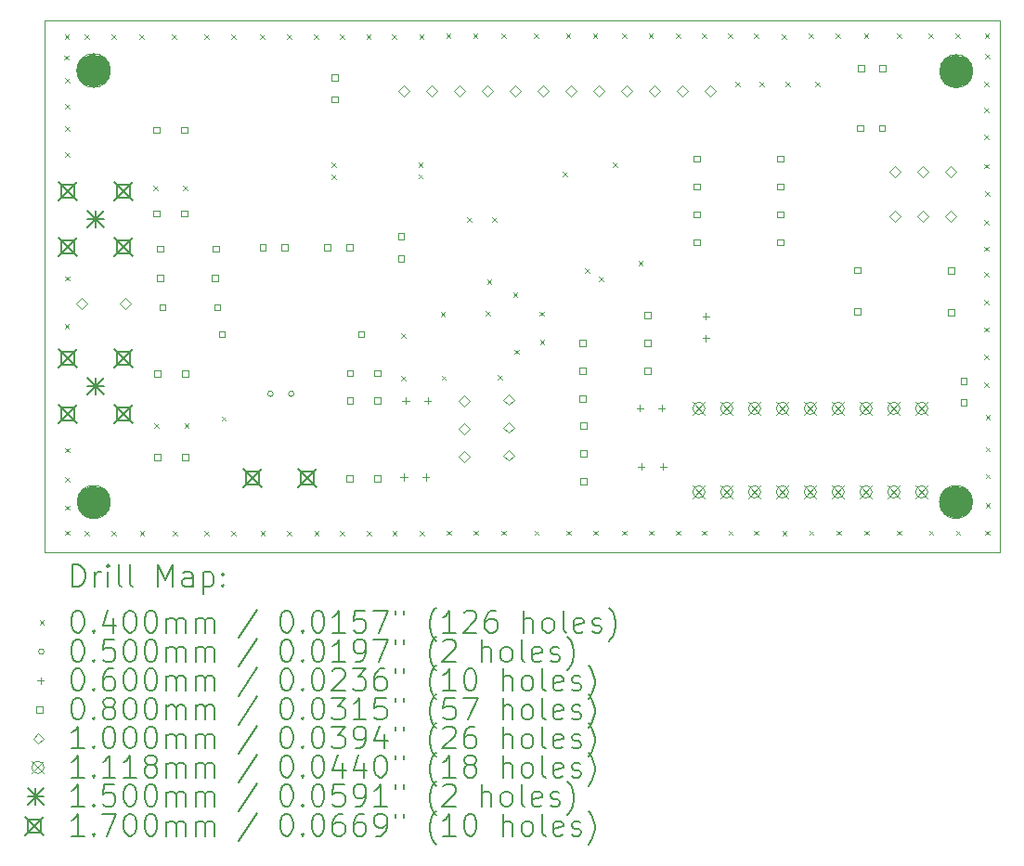
<source format=gbr>
%TF.GenerationSoftware,KiCad,Pcbnew,7.0.6*%
%TF.CreationDate,2023-09-03T13:45:15+00:00*%
%TF.ProjectId,SI4735,53493437-3335-42e6-9b69-6361645f7063,rev?*%
%TF.SameCoordinates,Original*%
%TF.FileFunction,Drillmap*%
%TF.FilePolarity,Positive*%
%FSLAX45Y45*%
G04 Gerber Fmt 4.5, Leading zero omitted, Abs format (unit mm)*
G04 Created by KiCad (PCBNEW 7.0.6) date 2023-09-03 13:45:15*
%MOMM*%
%LPD*%
G01*
G04 APERTURE LIST*
%ADD10C,0.050000*%
%ADD11C,1.535132*%
%ADD12C,1.516643*%
%ADD13C,0.200000*%
%ADD14C,0.040000*%
%ADD15C,0.060000*%
%ADD16C,0.080000*%
%ADD17C,0.100000*%
%ADD18C,0.111760*%
%ADD19C,0.150000*%
%ADD20C,0.170000*%
G04 APERTURE END LIST*
D10*
X13100268Y-7953000D02*
G75*
G03*
X13100268Y-7953000I-153912J0D01*
G01*
D11*
X13023113Y-7953000D02*
G75*
G03*
X13023113Y-7953000I-76757J0D01*
G01*
D10*
X20965013Y-7959000D02*
G75*
G03*
X20965013Y-7959000I-151013J0D01*
G01*
D12*
X20889832Y-7959000D02*
G75*
G03*
X20889832Y-7959000I-75832J0D01*
G01*
D11*
X13025757Y-11889000D02*
G75*
G03*
X13025757Y-11889000I-76757J0D01*
G01*
D10*
X20962513Y-11889000D02*
G75*
G03*
X20962513Y-11889000I-151013J0D01*
G01*
X13101069Y-11889000D02*
G75*
G03*
X13101069Y-11889000I-152069J0D01*
G01*
D11*
X20891757Y-11887000D02*
G75*
G03*
X20891757Y-11887000I-76757J0D01*
G01*
D10*
X12496500Y-7499000D02*
X21209000Y-7499000D01*
X21209000Y-12346500D01*
X12496500Y-12346500D01*
X12496500Y-7499000D01*
D13*
D14*
X12681000Y-7813500D02*
X12721000Y-7853500D01*
X12721000Y-7813500D02*
X12681000Y-7853500D01*
X12681500Y-10266500D02*
X12721500Y-10306500D01*
X12721500Y-10266500D02*
X12681500Y-10306500D01*
X12683500Y-7623500D02*
X12723500Y-7663500D01*
X12723500Y-7623500D02*
X12683500Y-7663500D01*
X12684000Y-8462000D02*
X12724000Y-8502000D01*
X12724000Y-8462000D02*
X12684000Y-8502000D01*
X12684000Y-9829000D02*
X12724000Y-9869000D01*
X12724000Y-9829000D02*
X12684000Y-9869000D01*
X12685000Y-8020000D02*
X12725000Y-8060000D01*
X12725000Y-8020000D02*
X12685000Y-8060000D01*
X12686000Y-11921000D02*
X12726000Y-11961000D01*
X12726000Y-11921000D02*
X12686000Y-11961000D01*
X12686000Y-12149000D02*
X12726000Y-12189000D01*
X12726000Y-12149000D02*
X12686000Y-12189000D01*
X12686500Y-8696500D02*
X12726500Y-8736500D01*
X12726500Y-8696500D02*
X12686500Y-8736500D01*
X12687000Y-8260000D02*
X12727000Y-8300000D01*
X12727000Y-8260000D02*
X12687000Y-8300000D01*
X12687000Y-11665000D02*
X12727000Y-11705000D01*
X12727000Y-11665000D02*
X12687000Y-11705000D01*
X12687174Y-11395826D02*
X12727174Y-11435826D01*
X12727174Y-11395826D02*
X12687174Y-11435826D01*
X12863000Y-7623000D02*
X12903000Y-7663000D01*
X12903000Y-7623000D02*
X12863000Y-7663000D01*
X12866000Y-12155000D02*
X12906000Y-12195000D01*
X12906000Y-12155000D02*
X12866000Y-12195000D01*
X13109000Y-7623000D02*
X13149000Y-7663000D01*
X13149000Y-7623000D02*
X13109000Y-7663000D01*
X13112000Y-12155000D02*
X13152000Y-12195000D01*
X13152000Y-12155000D02*
X13112000Y-12195000D01*
X13365000Y-7623000D02*
X13405000Y-7663000D01*
X13405000Y-7623000D02*
X13365000Y-7663000D01*
X13368000Y-12155000D02*
X13408000Y-12195000D01*
X13408000Y-12155000D02*
X13368000Y-12195000D01*
X13490000Y-9002500D02*
X13530000Y-9042500D01*
X13530000Y-9002500D02*
X13490000Y-9042500D01*
X13500000Y-11170000D02*
X13540000Y-11210000D01*
X13540000Y-11170000D02*
X13500000Y-11210000D01*
X13663000Y-7623000D02*
X13703000Y-7663000D01*
X13703000Y-7623000D02*
X13663000Y-7663000D01*
X13666000Y-12155000D02*
X13706000Y-12195000D01*
X13706000Y-12155000D02*
X13666000Y-12195000D01*
X13765000Y-9002500D02*
X13805000Y-9042500D01*
X13805000Y-9002500D02*
X13765000Y-9042500D01*
X13775000Y-11170000D02*
X13815000Y-11210000D01*
X13815000Y-11170000D02*
X13775000Y-11210000D01*
X13955000Y-7623000D02*
X13995000Y-7663000D01*
X13995000Y-7623000D02*
X13955000Y-7663000D01*
X13958000Y-12155000D02*
X13998000Y-12195000D01*
X13998000Y-12155000D02*
X13958000Y-12195000D01*
X14114000Y-11107500D02*
X14154000Y-11147500D01*
X14154000Y-11107500D02*
X14114000Y-11147500D01*
X14200000Y-7623000D02*
X14240000Y-7663000D01*
X14240000Y-7623000D02*
X14200000Y-7663000D01*
X14203000Y-12155000D02*
X14243000Y-12195000D01*
X14243000Y-12155000D02*
X14203000Y-12195000D01*
X14465000Y-7623000D02*
X14505000Y-7663000D01*
X14505000Y-7623000D02*
X14465000Y-7663000D01*
X14468000Y-12155000D02*
X14508000Y-12195000D01*
X14508000Y-12155000D02*
X14468000Y-12195000D01*
X14708000Y-7623000D02*
X14748000Y-7663000D01*
X14748000Y-7623000D02*
X14708000Y-7663000D01*
X14711000Y-12155000D02*
X14751000Y-12195000D01*
X14751000Y-12155000D02*
X14711000Y-12195000D01*
X14957000Y-7623000D02*
X14997000Y-7663000D01*
X14997000Y-7623000D02*
X14957000Y-7663000D01*
X14960000Y-12155000D02*
X15000000Y-12195000D01*
X15000000Y-12155000D02*
X14960000Y-12195000D01*
X15116000Y-8793000D02*
X15156000Y-8833000D01*
X15156000Y-8793000D02*
X15116000Y-8833000D01*
X15116000Y-8900000D02*
X15156000Y-8940000D01*
X15156000Y-8900000D02*
X15116000Y-8940000D01*
X15193000Y-7623000D02*
X15233000Y-7663000D01*
X15233000Y-7623000D02*
X15193000Y-7663000D01*
X15196000Y-12155000D02*
X15236000Y-12195000D01*
X15236000Y-12155000D02*
X15196000Y-12195000D01*
X15434000Y-7623000D02*
X15474000Y-7663000D01*
X15474000Y-7623000D02*
X15434000Y-7663000D01*
X15437000Y-12155000D02*
X15477000Y-12195000D01*
X15477000Y-12155000D02*
X15437000Y-12195000D01*
X15669000Y-7623000D02*
X15709000Y-7663000D01*
X15709000Y-7623000D02*
X15669000Y-7663000D01*
X15672000Y-12155000D02*
X15712000Y-12195000D01*
X15712000Y-12155000D02*
X15672000Y-12195000D01*
X15750500Y-10739500D02*
X15790500Y-10779500D01*
X15790500Y-10739500D02*
X15750500Y-10779500D01*
X15754000Y-10353000D02*
X15794000Y-10393000D01*
X15794000Y-10353000D02*
X15754000Y-10393000D01*
X15908000Y-8899000D02*
X15948000Y-8939000D01*
X15948000Y-8899000D02*
X15908000Y-8939000D01*
X15909000Y-8790000D02*
X15949000Y-8830000D01*
X15949000Y-8790000D02*
X15909000Y-8830000D01*
X15917500Y-7622500D02*
X15957500Y-7662500D01*
X15957500Y-7622500D02*
X15917500Y-7662500D01*
X15920500Y-12154500D02*
X15960500Y-12194500D01*
X15960500Y-12154500D02*
X15920500Y-12194500D01*
X16111500Y-10157500D02*
X16151500Y-10197500D01*
X16151500Y-10157500D02*
X16111500Y-10197500D01*
X16121000Y-10736000D02*
X16161000Y-10776000D01*
X16161000Y-10736000D02*
X16121000Y-10776000D01*
X16163000Y-7618000D02*
X16203000Y-7658000D01*
X16203000Y-7618000D02*
X16163000Y-7658000D01*
X16166000Y-12150000D02*
X16206000Y-12190000D01*
X16206000Y-12150000D02*
X16166000Y-12190000D01*
X16355830Y-9291170D02*
X16395830Y-9331170D01*
X16395830Y-9291170D02*
X16355830Y-9331170D01*
X16409000Y-7618000D02*
X16449000Y-7658000D01*
X16449000Y-7618000D02*
X16409000Y-7658000D01*
X16412000Y-12150000D02*
X16452000Y-12190000D01*
X16452000Y-12150000D02*
X16412000Y-12190000D01*
X16520000Y-10150000D02*
X16560000Y-10190000D01*
X16560000Y-10150000D02*
X16520000Y-10190000D01*
X16535000Y-9857000D02*
X16575000Y-9897000D01*
X16575000Y-9857000D02*
X16535000Y-9897000D01*
X16579350Y-9291350D02*
X16619350Y-9331350D01*
X16619350Y-9291350D02*
X16579350Y-9331350D01*
X16631000Y-10734000D02*
X16671000Y-10774000D01*
X16671000Y-10734000D02*
X16631000Y-10774000D01*
X16665000Y-7618000D02*
X16705000Y-7658000D01*
X16705000Y-7618000D02*
X16665000Y-7658000D01*
X16668000Y-12150000D02*
X16708000Y-12190000D01*
X16708000Y-12150000D02*
X16668000Y-12190000D01*
X16771000Y-9976000D02*
X16811000Y-10016000D01*
X16811000Y-9976000D02*
X16771000Y-10016000D01*
X16783300Y-10497300D02*
X16823300Y-10537300D01*
X16823300Y-10497300D02*
X16783300Y-10537300D01*
X16963000Y-7618000D02*
X17003000Y-7658000D01*
X17003000Y-7618000D02*
X16963000Y-7658000D01*
X16966000Y-12150000D02*
X17006000Y-12190000D01*
X17006000Y-12150000D02*
X16966000Y-12190000D01*
X17015000Y-10152000D02*
X17055000Y-10192000D01*
X17055000Y-10152000D02*
X17015000Y-10192000D01*
X17017700Y-10409300D02*
X17057700Y-10449300D01*
X17057700Y-10409300D02*
X17017700Y-10449300D01*
X17225530Y-8877470D02*
X17265530Y-8917470D01*
X17265530Y-8877470D02*
X17225530Y-8917470D01*
X17255000Y-7618000D02*
X17295000Y-7658000D01*
X17295000Y-7618000D02*
X17255000Y-7658000D01*
X17258000Y-12150000D02*
X17298000Y-12190000D01*
X17298000Y-12150000D02*
X17258000Y-12190000D01*
X17425930Y-9758070D02*
X17465930Y-9798070D01*
X17465930Y-9758070D02*
X17425930Y-9798070D01*
X17500000Y-7618000D02*
X17540000Y-7658000D01*
X17540000Y-7618000D02*
X17500000Y-7658000D01*
X17503000Y-12150000D02*
X17543000Y-12190000D01*
X17543000Y-12150000D02*
X17503000Y-12190000D01*
X17552930Y-9836000D02*
X17592930Y-9876000D01*
X17592930Y-9836000D02*
X17552930Y-9876000D01*
X17679930Y-8792200D02*
X17719930Y-8832200D01*
X17719930Y-8792200D02*
X17679930Y-8832200D01*
X17765000Y-7618000D02*
X17805000Y-7658000D01*
X17805000Y-7618000D02*
X17765000Y-7658000D01*
X17768000Y-12150000D02*
X17808000Y-12190000D01*
X17808000Y-12150000D02*
X17768000Y-12190000D01*
X17915000Y-9687000D02*
X17955000Y-9727000D01*
X17955000Y-9687000D02*
X17915000Y-9727000D01*
X18008000Y-7618000D02*
X18048000Y-7658000D01*
X18048000Y-7618000D02*
X18008000Y-7658000D01*
X18011000Y-12150000D02*
X18051000Y-12190000D01*
X18051000Y-12150000D02*
X18011000Y-12190000D01*
X18257000Y-7618000D02*
X18297000Y-7658000D01*
X18297000Y-7618000D02*
X18257000Y-7658000D01*
X18260000Y-12150000D02*
X18300000Y-12190000D01*
X18300000Y-12150000D02*
X18260000Y-12190000D01*
X18493000Y-7618000D02*
X18533000Y-7658000D01*
X18533000Y-7618000D02*
X18493000Y-7658000D01*
X18496000Y-12150000D02*
X18536000Y-12190000D01*
X18536000Y-12150000D02*
X18496000Y-12190000D01*
X18734000Y-7618000D02*
X18774000Y-7658000D01*
X18774000Y-7618000D02*
X18734000Y-7658000D01*
X18737000Y-12150000D02*
X18777000Y-12190000D01*
X18777000Y-12150000D02*
X18737000Y-12190000D01*
X18799000Y-8054000D02*
X18839000Y-8094000D01*
X18839000Y-8054000D02*
X18799000Y-8094000D01*
X18969000Y-7618000D02*
X19009000Y-7658000D01*
X19009000Y-7618000D02*
X18969000Y-7658000D01*
X18972000Y-12150000D02*
X19012000Y-12190000D01*
X19012000Y-12150000D02*
X18972000Y-12190000D01*
X19020000Y-8054000D02*
X19060000Y-8094000D01*
X19060000Y-8054000D02*
X19020000Y-8094000D01*
X19225500Y-7622500D02*
X19265500Y-7662500D01*
X19265500Y-7622500D02*
X19225500Y-7662500D01*
X19228500Y-12154500D02*
X19268500Y-12194500D01*
X19268500Y-12154500D02*
X19228500Y-12194500D01*
X19259000Y-8054000D02*
X19299000Y-8094000D01*
X19299000Y-8054000D02*
X19259000Y-8094000D01*
X19471000Y-7618000D02*
X19511000Y-7658000D01*
X19511000Y-7618000D02*
X19471000Y-7658000D01*
X19474000Y-12150000D02*
X19514000Y-12190000D01*
X19514000Y-12150000D02*
X19474000Y-12190000D01*
X19525000Y-8054000D02*
X19565000Y-8094000D01*
X19565000Y-8054000D02*
X19525000Y-8094000D01*
X19717000Y-7618000D02*
X19757000Y-7658000D01*
X19757000Y-7618000D02*
X19717000Y-7658000D01*
X19720000Y-12150000D02*
X19760000Y-12190000D01*
X19760000Y-12150000D02*
X19720000Y-12190000D01*
X19973000Y-7618000D02*
X20013000Y-7658000D01*
X20013000Y-7618000D02*
X19973000Y-7658000D01*
X19976000Y-12150000D02*
X20016000Y-12190000D01*
X20016000Y-12150000D02*
X19976000Y-12190000D01*
X20271000Y-7618000D02*
X20311000Y-7658000D01*
X20311000Y-7618000D02*
X20271000Y-7658000D01*
X20274000Y-12150000D02*
X20314000Y-12190000D01*
X20314000Y-12150000D02*
X20274000Y-12190000D01*
X20563000Y-7618000D02*
X20603000Y-7658000D01*
X20603000Y-7618000D02*
X20563000Y-7658000D01*
X20566000Y-12150000D02*
X20606000Y-12190000D01*
X20606000Y-12150000D02*
X20566000Y-12190000D01*
X20808000Y-7618000D02*
X20848000Y-7658000D01*
X20848000Y-7618000D02*
X20808000Y-7658000D01*
X20811000Y-12150000D02*
X20851000Y-12190000D01*
X20851000Y-12150000D02*
X20811000Y-12190000D01*
X21066000Y-10046000D02*
X21106000Y-10086000D01*
X21106000Y-10046000D02*
X21066000Y-10086000D01*
X21067000Y-8295000D02*
X21107000Y-8335000D01*
X21107000Y-8295000D02*
X21067000Y-8335000D01*
X21067000Y-8540000D02*
X21107000Y-8580000D01*
X21107000Y-8540000D02*
X21067000Y-8580000D01*
X21067000Y-8805000D02*
X21107000Y-8845000D01*
X21107000Y-8805000D02*
X21067000Y-8845000D01*
X21068000Y-9318000D02*
X21108000Y-9358000D01*
X21108000Y-9318000D02*
X21068000Y-9358000D01*
X21068000Y-9559000D02*
X21108000Y-9599000D01*
X21108000Y-9559000D02*
X21068000Y-9599000D01*
X21068000Y-9794000D02*
X21108000Y-9834000D01*
X21108000Y-9794000D02*
X21068000Y-9834000D01*
X21068000Y-10296000D02*
X21108000Y-10336000D01*
X21108000Y-10296000D02*
X21068000Y-10336000D01*
X21068000Y-10542000D02*
X21108000Y-10582000D01*
X21108000Y-10542000D02*
X21068000Y-10582000D01*
X21068000Y-10798000D02*
X21108000Y-10838000D01*
X21108000Y-10798000D02*
X21068000Y-10838000D01*
X21071000Y-8053000D02*
X21111000Y-8093000D01*
X21111000Y-8053000D02*
X21071000Y-8093000D01*
X21073000Y-7618000D02*
X21113000Y-7658000D01*
X21113000Y-7618000D02*
X21073000Y-7658000D01*
X21075000Y-9057000D02*
X21115000Y-9097000D01*
X21115000Y-9057000D02*
X21075000Y-9097000D01*
X21076000Y-7801000D02*
X21116000Y-7841000D01*
X21116000Y-7801000D02*
X21076000Y-7841000D01*
X21076000Y-12150000D02*
X21116000Y-12190000D01*
X21116000Y-12150000D02*
X21076000Y-12190000D01*
X21081000Y-11096000D02*
X21121000Y-11136000D01*
X21121000Y-11096000D02*
X21081000Y-11136000D01*
X21081000Y-11388000D02*
X21121000Y-11428000D01*
X21121000Y-11388000D02*
X21081000Y-11428000D01*
X21081000Y-11633000D02*
X21121000Y-11673000D01*
X21121000Y-11633000D02*
X21081000Y-11673000D01*
X21081000Y-11898000D02*
X21121000Y-11938000D01*
X21121000Y-11898000D02*
X21081000Y-11938000D01*
D10*
X14584000Y-10901500D02*
G75*
G03*
X14584000Y-10901500I-25000J0D01*
G01*
X14774000Y-10901500D02*
G75*
G03*
X14774000Y-10901500I-25000J0D01*
G01*
D15*
X15776260Y-11631000D02*
X15776260Y-11691000D01*
X15746260Y-11661000D02*
X15806260Y-11661000D01*
X15793000Y-10934000D02*
X15793000Y-10994000D01*
X15763000Y-10964000D02*
X15823000Y-10964000D01*
X15976260Y-11631000D02*
X15976260Y-11691000D01*
X15946260Y-11661000D02*
X16006260Y-11661000D01*
X15993000Y-10934000D02*
X15993000Y-10994000D01*
X15963000Y-10964000D02*
X16023000Y-10964000D01*
X17927875Y-11004000D02*
X17927875Y-11064000D01*
X17897875Y-11034000D02*
X17957875Y-11034000D01*
X17941875Y-11536000D02*
X17941875Y-11596000D01*
X17911875Y-11566000D02*
X17971875Y-11566000D01*
X18127875Y-11004000D02*
X18127875Y-11064000D01*
X18097875Y-11034000D02*
X18157875Y-11034000D01*
X18141875Y-11536000D02*
X18141875Y-11596000D01*
X18111875Y-11566000D02*
X18171875Y-11566000D01*
X18531000Y-10163750D02*
X18531000Y-10223750D01*
X18501000Y-10193750D02*
X18561000Y-10193750D01*
X18531000Y-10363750D02*
X18531000Y-10423750D01*
X18501000Y-10393750D02*
X18561000Y-10393750D01*
D16*
X13547284Y-8522785D02*
X13547284Y-8466216D01*
X13490715Y-8466216D01*
X13490715Y-8522785D01*
X13547284Y-8522785D01*
X13547284Y-9284785D02*
X13547284Y-9228216D01*
X13490715Y-9228216D01*
X13490715Y-9284785D01*
X13547284Y-9284785D01*
X13555282Y-10747287D02*
X13555282Y-10690718D01*
X13498713Y-10690718D01*
X13498713Y-10747287D01*
X13555282Y-10747287D01*
X13555282Y-11509286D02*
X13555282Y-11452717D01*
X13498713Y-11452717D01*
X13498713Y-11509286D01*
X13555282Y-11509286D01*
X13582284Y-9607285D02*
X13582284Y-9550716D01*
X13525715Y-9550716D01*
X13525715Y-9607285D01*
X13582284Y-9607285D01*
X13582284Y-9876285D02*
X13582284Y-9819716D01*
X13525715Y-9819716D01*
X13525715Y-9876285D01*
X13582284Y-9876285D01*
X13603284Y-10140785D02*
X13603284Y-10084216D01*
X13546715Y-10084216D01*
X13546715Y-10140785D01*
X13603284Y-10140785D01*
X13799784Y-8522785D02*
X13799784Y-8466216D01*
X13743215Y-8466216D01*
X13743215Y-8522785D01*
X13799784Y-8522785D01*
X13799784Y-9284785D02*
X13799784Y-9228216D01*
X13743215Y-9228216D01*
X13743215Y-9284785D01*
X13799784Y-9284785D01*
X13810282Y-10747287D02*
X13810282Y-10690718D01*
X13753713Y-10690718D01*
X13753713Y-10747287D01*
X13810282Y-10747287D01*
X13810282Y-11509286D02*
X13810282Y-11452717D01*
X13753713Y-11452717D01*
X13753713Y-11509286D01*
X13810282Y-11509286D01*
X14082284Y-9876285D02*
X14082284Y-9819716D01*
X14025715Y-9819716D01*
X14025715Y-9876285D01*
X14082284Y-9876285D01*
X14090284Y-9607285D02*
X14090284Y-9550716D01*
X14033715Y-9550716D01*
X14033715Y-9607285D01*
X14090284Y-9607285D01*
X14103284Y-10140785D02*
X14103284Y-10084216D01*
X14046715Y-10084216D01*
X14046715Y-10140785D01*
X14103284Y-10140785D01*
X14144284Y-10385285D02*
X14144284Y-10328716D01*
X14087715Y-10328716D01*
X14087715Y-10385285D01*
X14144284Y-10385285D01*
X14517284Y-9596285D02*
X14517284Y-9539716D01*
X14460715Y-9539716D01*
X14460715Y-9596285D01*
X14517284Y-9596285D01*
X14717284Y-9596285D02*
X14717284Y-9539716D01*
X14660715Y-9539716D01*
X14660715Y-9596285D01*
X14717284Y-9596285D01*
X15106284Y-9594285D02*
X15106284Y-9537716D01*
X15049715Y-9537716D01*
X15049715Y-9594285D01*
X15106284Y-9594285D01*
X15174284Y-8043284D02*
X15174284Y-7986715D01*
X15117715Y-7986715D01*
X15117715Y-8043284D01*
X15174284Y-8043284D01*
X15174284Y-8243284D02*
X15174284Y-8186715D01*
X15117715Y-8186715D01*
X15117715Y-8243284D01*
X15174284Y-8243284D01*
X15306284Y-9594285D02*
X15306284Y-9537716D01*
X15249715Y-9537716D01*
X15249715Y-9594285D01*
X15306284Y-9594285D01*
X15311284Y-11702284D02*
X15311284Y-11645715D01*
X15254715Y-11645715D01*
X15254715Y-11702284D01*
X15311284Y-11702284D01*
X15312284Y-10742285D02*
X15312284Y-10685716D01*
X15255715Y-10685716D01*
X15255715Y-10742285D01*
X15312284Y-10742285D01*
X15312284Y-10992285D02*
X15312284Y-10935716D01*
X15255715Y-10935716D01*
X15255715Y-10992285D01*
X15312284Y-10992285D01*
X15414284Y-10385285D02*
X15414284Y-10328716D01*
X15357715Y-10328716D01*
X15357715Y-10385285D01*
X15414284Y-10385285D01*
X15561284Y-11702284D02*
X15561284Y-11645715D01*
X15504715Y-11645715D01*
X15504715Y-11702284D01*
X15561284Y-11702284D01*
X15562284Y-10742285D02*
X15562284Y-10685716D01*
X15505715Y-10685716D01*
X15505715Y-10742285D01*
X15562284Y-10742285D01*
X15562284Y-10992285D02*
X15562284Y-10935716D01*
X15505715Y-10935716D01*
X15505715Y-10992285D01*
X15562284Y-10992285D01*
X15779284Y-9494285D02*
X15779284Y-9437716D01*
X15722715Y-9437716D01*
X15722715Y-9494285D01*
X15779284Y-9494285D01*
X15779284Y-9694285D02*
X15779284Y-9637716D01*
X15722715Y-9637716D01*
X15722715Y-9694285D01*
X15779284Y-9694285D01*
X17433285Y-10469035D02*
X17433285Y-10412466D01*
X17376716Y-10412466D01*
X17376716Y-10469035D01*
X17433285Y-10469035D01*
X17433285Y-10723035D02*
X17433285Y-10666466D01*
X17376716Y-10666466D01*
X17376716Y-10723035D01*
X17433285Y-10723035D01*
X17433285Y-10977035D02*
X17433285Y-10920466D01*
X17376716Y-10920466D01*
X17376716Y-10977035D01*
X17433285Y-10977035D01*
X17441285Y-11221034D02*
X17441285Y-11164466D01*
X17384716Y-11164466D01*
X17384716Y-11221034D01*
X17441285Y-11221034D01*
X17441285Y-11475034D02*
X17441285Y-11418465D01*
X17384716Y-11418465D01*
X17384716Y-11475034D01*
X17441285Y-11475034D01*
X17441285Y-11729034D02*
X17441285Y-11672465D01*
X17384716Y-11672465D01*
X17384716Y-11729034D01*
X17441285Y-11729034D01*
X18026285Y-10214035D02*
X18026285Y-10157466D01*
X17969716Y-10157466D01*
X17969716Y-10214035D01*
X18026285Y-10214035D01*
X18026285Y-10468035D02*
X18026285Y-10411466D01*
X17969716Y-10411466D01*
X17969716Y-10468035D01*
X18026285Y-10468035D01*
X18026285Y-10722035D02*
X18026285Y-10665466D01*
X17969716Y-10665466D01*
X17969716Y-10722035D01*
X18026285Y-10722035D01*
X18476785Y-8786285D02*
X18476785Y-8729716D01*
X18420216Y-8729716D01*
X18420216Y-8786285D01*
X18476785Y-8786285D01*
X18476785Y-9040285D02*
X18476785Y-8983716D01*
X18420216Y-8983716D01*
X18420216Y-9040285D01*
X18476785Y-9040285D01*
X18476785Y-9294285D02*
X18476785Y-9237716D01*
X18420216Y-9237716D01*
X18420216Y-9294285D01*
X18476785Y-9294285D01*
X18476785Y-9548285D02*
X18476785Y-9491716D01*
X18420216Y-9491716D01*
X18420216Y-9548285D01*
X18476785Y-9548285D01*
X19238785Y-8786285D02*
X19238785Y-8729716D01*
X19182216Y-8729716D01*
X19182216Y-8786285D01*
X19238785Y-8786285D01*
X19238785Y-9040285D02*
X19238785Y-8983716D01*
X19182216Y-8983716D01*
X19182216Y-9040285D01*
X19238785Y-9040285D01*
X19238785Y-9294285D02*
X19238785Y-9237716D01*
X19182216Y-9237716D01*
X19182216Y-9294285D01*
X19238785Y-9294285D01*
X19238785Y-9548285D02*
X19238785Y-9491716D01*
X19182216Y-9491716D01*
X19182216Y-9548285D01*
X19238785Y-9548285D01*
X19939285Y-9800285D02*
X19939285Y-9743716D01*
X19882716Y-9743716D01*
X19882716Y-9800285D01*
X19939285Y-9800285D01*
X19939285Y-10180285D02*
X19939285Y-10123716D01*
X19882716Y-10123716D01*
X19882716Y-10180285D01*
X19939285Y-10180285D01*
X19965285Y-8505285D02*
X19965285Y-8448716D01*
X19908716Y-8448716D01*
X19908716Y-8505285D01*
X19965285Y-8505285D01*
X19971285Y-7962284D02*
X19971285Y-7905715D01*
X19914716Y-7905715D01*
X19914716Y-7962284D01*
X19971285Y-7962284D01*
X20165285Y-8505285D02*
X20165285Y-8448716D01*
X20108716Y-8448716D01*
X20108716Y-8505285D01*
X20165285Y-8505285D01*
X20171285Y-7962284D02*
X20171285Y-7905715D01*
X20114716Y-7905715D01*
X20114716Y-7962284D01*
X20171285Y-7962284D01*
X20794285Y-9804285D02*
X20794285Y-9747716D01*
X20737716Y-9747716D01*
X20737716Y-9804285D01*
X20794285Y-9804285D01*
X20794285Y-10184285D02*
X20794285Y-10127716D01*
X20737716Y-10127716D01*
X20737716Y-10184285D01*
X20794285Y-10184285D01*
X20910285Y-10810773D02*
X20910285Y-10754204D01*
X20853716Y-10754204D01*
X20853716Y-10810773D01*
X20910285Y-10810773D01*
X20910285Y-11010773D02*
X20910285Y-10954204D01*
X20853716Y-10954204D01*
X20853716Y-11010773D01*
X20910285Y-11010773D01*
D17*
X12836000Y-10127000D02*
X12886000Y-10077000D01*
X12836000Y-10027000D01*
X12786000Y-10077000D01*
X12836000Y-10127000D01*
X13236000Y-10127000D02*
X13286000Y-10077000D01*
X13236000Y-10027000D01*
X13186000Y-10077000D01*
X13236000Y-10127000D01*
X15776000Y-8191000D02*
X15826000Y-8141000D01*
X15776000Y-8091000D01*
X15726000Y-8141000D01*
X15776000Y-8191000D01*
X16030000Y-8191000D02*
X16080000Y-8141000D01*
X16030000Y-8091000D01*
X15980000Y-8141000D01*
X16030000Y-8191000D01*
X16284000Y-8191000D02*
X16334000Y-8141000D01*
X16284000Y-8091000D01*
X16234000Y-8141000D01*
X16284000Y-8191000D01*
X16329000Y-11016500D02*
X16379000Y-10966500D01*
X16329000Y-10916500D01*
X16279000Y-10966500D01*
X16329000Y-11016500D01*
X16329000Y-11270500D02*
X16379000Y-11220500D01*
X16329000Y-11170500D01*
X16279000Y-11220500D01*
X16329000Y-11270500D01*
X16329000Y-11524500D02*
X16379000Y-11474500D01*
X16329000Y-11424500D01*
X16279000Y-11474500D01*
X16329000Y-11524500D01*
X16538000Y-8191000D02*
X16588000Y-8141000D01*
X16538000Y-8091000D01*
X16488000Y-8141000D01*
X16538000Y-8191000D01*
X16736000Y-11005000D02*
X16786000Y-10955000D01*
X16736000Y-10905000D01*
X16686000Y-10955000D01*
X16736000Y-11005000D01*
X16736000Y-11259000D02*
X16786000Y-11209000D01*
X16736000Y-11159000D01*
X16686000Y-11209000D01*
X16736000Y-11259000D01*
X16736000Y-11513000D02*
X16786000Y-11463000D01*
X16736000Y-11413000D01*
X16686000Y-11463000D01*
X16736000Y-11513000D01*
X16792000Y-8191000D02*
X16842000Y-8141000D01*
X16792000Y-8091000D01*
X16742000Y-8141000D01*
X16792000Y-8191000D01*
X17046000Y-8191000D02*
X17096000Y-8141000D01*
X17046000Y-8091000D01*
X16996000Y-8141000D01*
X17046000Y-8191000D01*
X17300000Y-8191000D02*
X17350000Y-8141000D01*
X17300000Y-8091000D01*
X17250000Y-8141000D01*
X17300000Y-8191000D01*
X17554000Y-8191000D02*
X17604000Y-8141000D01*
X17554000Y-8091000D01*
X17504000Y-8141000D01*
X17554000Y-8191000D01*
X17808000Y-8191000D02*
X17858000Y-8141000D01*
X17808000Y-8091000D01*
X17758000Y-8141000D01*
X17808000Y-8191000D01*
X18062000Y-8191000D02*
X18112000Y-8141000D01*
X18062000Y-8091000D01*
X18012000Y-8141000D01*
X18062000Y-8191000D01*
X18316000Y-8191000D02*
X18366000Y-8141000D01*
X18316000Y-8091000D01*
X18266000Y-8141000D01*
X18316000Y-8191000D01*
X18570000Y-8191000D02*
X18620000Y-8141000D01*
X18570000Y-8091000D01*
X18520000Y-8141000D01*
X18570000Y-8191000D01*
X20252500Y-9332970D02*
X20302500Y-9282970D01*
X20252500Y-9232970D01*
X20202500Y-9282970D01*
X20252500Y-9332970D01*
X20256000Y-8925470D02*
X20306000Y-8875470D01*
X20256000Y-8825470D01*
X20206000Y-8875470D01*
X20256000Y-8925470D01*
X20506500Y-9332970D02*
X20556500Y-9282970D01*
X20506500Y-9232970D01*
X20456500Y-9282970D01*
X20506500Y-9332970D01*
X20510000Y-8925470D02*
X20560000Y-8875470D01*
X20510000Y-8825470D01*
X20460000Y-8875470D01*
X20510000Y-8925470D01*
X20760500Y-9332970D02*
X20810500Y-9282970D01*
X20760500Y-9232970D01*
X20710500Y-9282970D01*
X20760500Y-9332970D01*
X20764000Y-8925470D02*
X20814000Y-8875470D01*
X20764000Y-8825470D01*
X20714000Y-8875470D01*
X20764000Y-8925470D01*
D18*
X18410995Y-10978120D02*
X18522755Y-11089880D01*
X18522755Y-10978120D02*
X18410995Y-11089880D01*
X18522755Y-11034000D02*
G75*
G03*
X18522755Y-11034000I-55880J0D01*
G01*
X18410995Y-11740120D02*
X18522755Y-11851880D01*
X18522755Y-11740120D02*
X18410995Y-11851880D01*
X18522755Y-11796000D02*
G75*
G03*
X18522755Y-11796000I-55880J0D01*
G01*
X18664995Y-10978120D02*
X18776755Y-11089880D01*
X18776755Y-10978120D02*
X18664995Y-11089880D01*
X18776755Y-11034000D02*
G75*
G03*
X18776755Y-11034000I-55880J0D01*
G01*
X18664995Y-11740120D02*
X18776755Y-11851880D01*
X18776755Y-11740120D02*
X18664995Y-11851880D01*
X18776755Y-11796000D02*
G75*
G03*
X18776755Y-11796000I-55880J0D01*
G01*
X18918995Y-10978120D02*
X19030755Y-11089880D01*
X19030755Y-10978120D02*
X18918995Y-11089880D01*
X19030755Y-11034000D02*
G75*
G03*
X19030755Y-11034000I-55880J0D01*
G01*
X18918995Y-11740120D02*
X19030755Y-11851880D01*
X19030755Y-11740120D02*
X18918995Y-11851880D01*
X19030755Y-11796000D02*
G75*
G03*
X19030755Y-11796000I-55880J0D01*
G01*
X19172995Y-10978120D02*
X19284755Y-11089880D01*
X19284755Y-10978120D02*
X19172995Y-11089880D01*
X19284755Y-11034000D02*
G75*
G03*
X19284755Y-11034000I-55880J0D01*
G01*
X19172995Y-11740120D02*
X19284755Y-11851880D01*
X19284755Y-11740120D02*
X19172995Y-11851880D01*
X19284755Y-11796000D02*
G75*
G03*
X19284755Y-11796000I-55880J0D01*
G01*
X19426995Y-10978120D02*
X19538755Y-11089880D01*
X19538755Y-10978120D02*
X19426995Y-11089880D01*
X19538755Y-11034000D02*
G75*
G03*
X19538755Y-11034000I-55880J0D01*
G01*
X19426995Y-11740120D02*
X19538755Y-11851880D01*
X19538755Y-11740120D02*
X19426995Y-11851880D01*
X19538755Y-11796000D02*
G75*
G03*
X19538755Y-11796000I-55880J0D01*
G01*
X19680995Y-10978120D02*
X19792755Y-11089880D01*
X19792755Y-10978120D02*
X19680995Y-11089880D01*
X19792755Y-11034000D02*
G75*
G03*
X19792755Y-11034000I-55880J0D01*
G01*
X19680995Y-11740120D02*
X19792755Y-11851880D01*
X19792755Y-11740120D02*
X19680995Y-11851880D01*
X19792755Y-11796000D02*
G75*
G03*
X19792755Y-11796000I-55880J0D01*
G01*
X19934995Y-10978120D02*
X20046755Y-11089880D01*
X20046755Y-10978120D02*
X19934995Y-11089880D01*
X20046755Y-11034000D02*
G75*
G03*
X20046755Y-11034000I-55880J0D01*
G01*
X19934995Y-11740120D02*
X20046755Y-11851880D01*
X20046755Y-11740120D02*
X19934995Y-11851880D01*
X20046755Y-11796000D02*
G75*
G03*
X20046755Y-11796000I-55880J0D01*
G01*
X20188995Y-10978120D02*
X20300755Y-11089880D01*
X20300755Y-10978120D02*
X20188995Y-11089880D01*
X20300755Y-11034000D02*
G75*
G03*
X20300755Y-11034000I-55880J0D01*
G01*
X20188995Y-11740120D02*
X20300755Y-11851880D01*
X20300755Y-11740120D02*
X20188995Y-11851880D01*
X20300755Y-11796000D02*
G75*
G03*
X20300755Y-11796000I-55880J0D01*
G01*
X20442995Y-10978120D02*
X20554755Y-11089880D01*
X20554755Y-10978120D02*
X20442995Y-11089880D01*
X20554755Y-11034000D02*
G75*
G03*
X20554755Y-11034000I-55880J0D01*
G01*
X20442995Y-11740120D02*
X20554755Y-11851880D01*
X20554755Y-11740120D02*
X20442995Y-11851880D01*
X20554755Y-11796000D02*
G75*
G03*
X20554755Y-11796000I-55880J0D01*
G01*
D19*
X12890500Y-10755500D02*
X13040500Y-10905500D01*
X13040500Y-10755500D02*
X12890500Y-10905500D01*
X12965500Y-10755500D02*
X12965500Y-10905500D01*
X12890500Y-10830500D02*
X13040500Y-10830500D01*
X12892998Y-9233002D02*
X13042998Y-9383002D01*
X13042998Y-9233002D02*
X12892998Y-9383002D01*
X12967998Y-9233002D02*
X12967998Y-9383002D01*
X12892998Y-9308002D02*
X13042998Y-9308002D01*
D20*
X12626500Y-10491500D02*
X12796500Y-10661500D01*
X12796500Y-10491500D02*
X12626500Y-10661500D01*
X12771605Y-10636605D02*
X12771605Y-10516395D01*
X12651395Y-10516395D01*
X12651395Y-10636605D01*
X12771605Y-10636605D01*
X12626500Y-10999500D02*
X12796500Y-11169500D01*
X12796500Y-10999500D02*
X12626500Y-11169500D01*
X12771605Y-11144605D02*
X12771605Y-11024395D01*
X12651395Y-11024395D01*
X12651395Y-11144605D01*
X12771605Y-11144605D01*
X12628998Y-8969002D02*
X12798998Y-9139002D01*
X12798998Y-8969002D02*
X12628998Y-9139002D01*
X12774103Y-9114107D02*
X12774103Y-8993897D01*
X12653893Y-8993897D01*
X12653893Y-9114107D01*
X12774103Y-9114107D01*
X12628998Y-9477002D02*
X12798998Y-9647002D01*
X12798998Y-9477002D02*
X12628998Y-9647002D01*
X12774103Y-9622107D02*
X12774103Y-9501897D01*
X12653893Y-9501897D01*
X12653893Y-9622107D01*
X12774103Y-9622107D01*
X13134500Y-10491500D02*
X13304500Y-10661500D01*
X13304500Y-10491500D02*
X13134500Y-10661500D01*
X13279605Y-10636605D02*
X13279605Y-10516395D01*
X13159395Y-10516395D01*
X13159395Y-10636605D01*
X13279605Y-10636605D01*
X13134500Y-10999500D02*
X13304500Y-11169500D01*
X13304500Y-10999500D02*
X13134500Y-11169500D01*
X13279605Y-11144605D02*
X13279605Y-11024395D01*
X13159395Y-11024395D01*
X13159395Y-11144605D01*
X13279605Y-11144605D01*
X13136998Y-8969002D02*
X13306998Y-9139002D01*
X13306998Y-8969002D02*
X13136998Y-9139002D01*
X13282103Y-9114107D02*
X13282103Y-8993897D01*
X13161893Y-8993897D01*
X13161893Y-9114107D01*
X13282103Y-9114107D01*
X13136998Y-9477002D02*
X13306998Y-9647002D01*
X13306998Y-9477002D02*
X13136998Y-9647002D01*
X13282103Y-9622107D02*
X13282103Y-9501897D01*
X13161893Y-9501897D01*
X13161893Y-9622107D01*
X13282103Y-9622107D01*
X14312660Y-11582340D02*
X14482660Y-11752340D01*
X14482660Y-11582340D02*
X14312660Y-11752340D01*
X14457765Y-11727445D02*
X14457765Y-11607235D01*
X14337555Y-11607235D01*
X14337555Y-11727445D01*
X14457765Y-11727445D01*
X14812660Y-11582340D02*
X14982660Y-11752340D01*
X14982660Y-11582340D02*
X14812660Y-11752340D01*
X14957765Y-11727445D02*
X14957765Y-11607235D01*
X14837555Y-11607235D01*
X14837555Y-11727445D01*
X14957765Y-11727445D01*
D13*
X12754777Y-12660484D02*
X12754777Y-12460484D01*
X12754777Y-12460484D02*
X12802396Y-12460484D01*
X12802396Y-12460484D02*
X12830967Y-12470008D01*
X12830967Y-12470008D02*
X12850015Y-12489055D01*
X12850015Y-12489055D02*
X12859539Y-12508103D01*
X12859539Y-12508103D02*
X12869062Y-12546198D01*
X12869062Y-12546198D02*
X12869062Y-12574769D01*
X12869062Y-12574769D02*
X12859539Y-12612865D01*
X12859539Y-12612865D02*
X12850015Y-12631912D01*
X12850015Y-12631912D02*
X12830967Y-12650960D01*
X12830967Y-12650960D02*
X12802396Y-12660484D01*
X12802396Y-12660484D02*
X12754777Y-12660484D01*
X12954777Y-12660484D02*
X12954777Y-12527150D01*
X12954777Y-12565246D02*
X12964301Y-12546198D01*
X12964301Y-12546198D02*
X12973824Y-12536674D01*
X12973824Y-12536674D02*
X12992872Y-12527150D01*
X12992872Y-12527150D02*
X13011920Y-12527150D01*
X13078586Y-12660484D02*
X13078586Y-12527150D01*
X13078586Y-12460484D02*
X13069062Y-12470008D01*
X13069062Y-12470008D02*
X13078586Y-12479531D01*
X13078586Y-12479531D02*
X13088110Y-12470008D01*
X13088110Y-12470008D02*
X13078586Y-12460484D01*
X13078586Y-12460484D02*
X13078586Y-12479531D01*
X13202396Y-12660484D02*
X13183348Y-12650960D01*
X13183348Y-12650960D02*
X13173824Y-12631912D01*
X13173824Y-12631912D02*
X13173824Y-12460484D01*
X13307158Y-12660484D02*
X13288110Y-12650960D01*
X13288110Y-12650960D02*
X13278586Y-12631912D01*
X13278586Y-12631912D02*
X13278586Y-12460484D01*
X13535729Y-12660484D02*
X13535729Y-12460484D01*
X13535729Y-12460484D02*
X13602396Y-12603341D01*
X13602396Y-12603341D02*
X13669062Y-12460484D01*
X13669062Y-12460484D02*
X13669062Y-12660484D01*
X13850015Y-12660484D02*
X13850015Y-12555722D01*
X13850015Y-12555722D02*
X13840491Y-12536674D01*
X13840491Y-12536674D02*
X13821443Y-12527150D01*
X13821443Y-12527150D02*
X13783348Y-12527150D01*
X13783348Y-12527150D02*
X13764301Y-12536674D01*
X13850015Y-12650960D02*
X13830967Y-12660484D01*
X13830967Y-12660484D02*
X13783348Y-12660484D01*
X13783348Y-12660484D02*
X13764301Y-12650960D01*
X13764301Y-12650960D02*
X13754777Y-12631912D01*
X13754777Y-12631912D02*
X13754777Y-12612865D01*
X13754777Y-12612865D02*
X13764301Y-12593817D01*
X13764301Y-12593817D02*
X13783348Y-12584293D01*
X13783348Y-12584293D02*
X13830967Y-12584293D01*
X13830967Y-12584293D02*
X13850015Y-12574769D01*
X13945253Y-12527150D02*
X13945253Y-12727150D01*
X13945253Y-12536674D02*
X13964301Y-12527150D01*
X13964301Y-12527150D02*
X14002396Y-12527150D01*
X14002396Y-12527150D02*
X14021443Y-12536674D01*
X14021443Y-12536674D02*
X14030967Y-12546198D01*
X14030967Y-12546198D02*
X14040491Y-12565246D01*
X14040491Y-12565246D02*
X14040491Y-12622388D01*
X14040491Y-12622388D02*
X14030967Y-12641436D01*
X14030967Y-12641436D02*
X14021443Y-12650960D01*
X14021443Y-12650960D02*
X14002396Y-12660484D01*
X14002396Y-12660484D02*
X13964301Y-12660484D01*
X13964301Y-12660484D02*
X13945253Y-12650960D01*
X14126205Y-12641436D02*
X14135729Y-12650960D01*
X14135729Y-12650960D02*
X14126205Y-12660484D01*
X14126205Y-12660484D02*
X14116682Y-12650960D01*
X14116682Y-12650960D02*
X14126205Y-12641436D01*
X14126205Y-12641436D02*
X14126205Y-12660484D01*
X14126205Y-12536674D02*
X14135729Y-12546198D01*
X14135729Y-12546198D02*
X14126205Y-12555722D01*
X14126205Y-12555722D02*
X14116682Y-12546198D01*
X14116682Y-12546198D02*
X14126205Y-12536674D01*
X14126205Y-12536674D02*
X14126205Y-12555722D01*
D14*
X12454000Y-12969000D02*
X12494000Y-13009000D01*
X12494000Y-12969000D02*
X12454000Y-13009000D01*
D13*
X12792872Y-12880484D02*
X12811920Y-12880484D01*
X12811920Y-12880484D02*
X12830967Y-12890008D01*
X12830967Y-12890008D02*
X12840491Y-12899531D01*
X12840491Y-12899531D02*
X12850015Y-12918579D01*
X12850015Y-12918579D02*
X12859539Y-12956674D01*
X12859539Y-12956674D02*
X12859539Y-13004293D01*
X12859539Y-13004293D02*
X12850015Y-13042388D01*
X12850015Y-13042388D02*
X12840491Y-13061436D01*
X12840491Y-13061436D02*
X12830967Y-13070960D01*
X12830967Y-13070960D02*
X12811920Y-13080484D01*
X12811920Y-13080484D02*
X12792872Y-13080484D01*
X12792872Y-13080484D02*
X12773824Y-13070960D01*
X12773824Y-13070960D02*
X12764301Y-13061436D01*
X12764301Y-13061436D02*
X12754777Y-13042388D01*
X12754777Y-13042388D02*
X12745253Y-13004293D01*
X12745253Y-13004293D02*
X12745253Y-12956674D01*
X12745253Y-12956674D02*
X12754777Y-12918579D01*
X12754777Y-12918579D02*
X12764301Y-12899531D01*
X12764301Y-12899531D02*
X12773824Y-12890008D01*
X12773824Y-12890008D02*
X12792872Y-12880484D01*
X12945253Y-13061436D02*
X12954777Y-13070960D01*
X12954777Y-13070960D02*
X12945253Y-13080484D01*
X12945253Y-13080484D02*
X12935729Y-13070960D01*
X12935729Y-13070960D02*
X12945253Y-13061436D01*
X12945253Y-13061436D02*
X12945253Y-13080484D01*
X13126205Y-12947150D02*
X13126205Y-13080484D01*
X13078586Y-12870960D02*
X13030967Y-13013817D01*
X13030967Y-13013817D02*
X13154777Y-13013817D01*
X13269062Y-12880484D02*
X13288110Y-12880484D01*
X13288110Y-12880484D02*
X13307158Y-12890008D01*
X13307158Y-12890008D02*
X13316682Y-12899531D01*
X13316682Y-12899531D02*
X13326205Y-12918579D01*
X13326205Y-12918579D02*
X13335729Y-12956674D01*
X13335729Y-12956674D02*
X13335729Y-13004293D01*
X13335729Y-13004293D02*
X13326205Y-13042388D01*
X13326205Y-13042388D02*
X13316682Y-13061436D01*
X13316682Y-13061436D02*
X13307158Y-13070960D01*
X13307158Y-13070960D02*
X13288110Y-13080484D01*
X13288110Y-13080484D02*
X13269062Y-13080484D01*
X13269062Y-13080484D02*
X13250015Y-13070960D01*
X13250015Y-13070960D02*
X13240491Y-13061436D01*
X13240491Y-13061436D02*
X13230967Y-13042388D01*
X13230967Y-13042388D02*
X13221443Y-13004293D01*
X13221443Y-13004293D02*
X13221443Y-12956674D01*
X13221443Y-12956674D02*
X13230967Y-12918579D01*
X13230967Y-12918579D02*
X13240491Y-12899531D01*
X13240491Y-12899531D02*
X13250015Y-12890008D01*
X13250015Y-12890008D02*
X13269062Y-12880484D01*
X13459539Y-12880484D02*
X13478586Y-12880484D01*
X13478586Y-12880484D02*
X13497634Y-12890008D01*
X13497634Y-12890008D02*
X13507158Y-12899531D01*
X13507158Y-12899531D02*
X13516682Y-12918579D01*
X13516682Y-12918579D02*
X13526205Y-12956674D01*
X13526205Y-12956674D02*
X13526205Y-13004293D01*
X13526205Y-13004293D02*
X13516682Y-13042388D01*
X13516682Y-13042388D02*
X13507158Y-13061436D01*
X13507158Y-13061436D02*
X13497634Y-13070960D01*
X13497634Y-13070960D02*
X13478586Y-13080484D01*
X13478586Y-13080484D02*
X13459539Y-13080484D01*
X13459539Y-13080484D02*
X13440491Y-13070960D01*
X13440491Y-13070960D02*
X13430967Y-13061436D01*
X13430967Y-13061436D02*
X13421443Y-13042388D01*
X13421443Y-13042388D02*
X13411920Y-13004293D01*
X13411920Y-13004293D02*
X13411920Y-12956674D01*
X13411920Y-12956674D02*
X13421443Y-12918579D01*
X13421443Y-12918579D02*
X13430967Y-12899531D01*
X13430967Y-12899531D02*
X13440491Y-12890008D01*
X13440491Y-12890008D02*
X13459539Y-12880484D01*
X13611920Y-13080484D02*
X13611920Y-12947150D01*
X13611920Y-12966198D02*
X13621443Y-12956674D01*
X13621443Y-12956674D02*
X13640491Y-12947150D01*
X13640491Y-12947150D02*
X13669063Y-12947150D01*
X13669063Y-12947150D02*
X13688110Y-12956674D01*
X13688110Y-12956674D02*
X13697634Y-12975722D01*
X13697634Y-12975722D02*
X13697634Y-13080484D01*
X13697634Y-12975722D02*
X13707158Y-12956674D01*
X13707158Y-12956674D02*
X13726205Y-12947150D01*
X13726205Y-12947150D02*
X13754777Y-12947150D01*
X13754777Y-12947150D02*
X13773824Y-12956674D01*
X13773824Y-12956674D02*
X13783348Y-12975722D01*
X13783348Y-12975722D02*
X13783348Y-13080484D01*
X13878586Y-13080484D02*
X13878586Y-12947150D01*
X13878586Y-12966198D02*
X13888110Y-12956674D01*
X13888110Y-12956674D02*
X13907158Y-12947150D01*
X13907158Y-12947150D02*
X13935729Y-12947150D01*
X13935729Y-12947150D02*
X13954777Y-12956674D01*
X13954777Y-12956674D02*
X13964301Y-12975722D01*
X13964301Y-12975722D02*
X13964301Y-13080484D01*
X13964301Y-12975722D02*
X13973824Y-12956674D01*
X13973824Y-12956674D02*
X13992872Y-12947150D01*
X13992872Y-12947150D02*
X14021443Y-12947150D01*
X14021443Y-12947150D02*
X14040491Y-12956674D01*
X14040491Y-12956674D02*
X14050015Y-12975722D01*
X14050015Y-12975722D02*
X14050015Y-13080484D01*
X14440491Y-12870960D02*
X14269063Y-13128103D01*
X14697634Y-12880484D02*
X14716682Y-12880484D01*
X14716682Y-12880484D02*
X14735729Y-12890008D01*
X14735729Y-12890008D02*
X14745253Y-12899531D01*
X14745253Y-12899531D02*
X14754777Y-12918579D01*
X14754777Y-12918579D02*
X14764301Y-12956674D01*
X14764301Y-12956674D02*
X14764301Y-13004293D01*
X14764301Y-13004293D02*
X14754777Y-13042388D01*
X14754777Y-13042388D02*
X14745253Y-13061436D01*
X14745253Y-13061436D02*
X14735729Y-13070960D01*
X14735729Y-13070960D02*
X14716682Y-13080484D01*
X14716682Y-13080484D02*
X14697634Y-13080484D01*
X14697634Y-13080484D02*
X14678586Y-13070960D01*
X14678586Y-13070960D02*
X14669063Y-13061436D01*
X14669063Y-13061436D02*
X14659539Y-13042388D01*
X14659539Y-13042388D02*
X14650015Y-13004293D01*
X14650015Y-13004293D02*
X14650015Y-12956674D01*
X14650015Y-12956674D02*
X14659539Y-12918579D01*
X14659539Y-12918579D02*
X14669063Y-12899531D01*
X14669063Y-12899531D02*
X14678586Y-12890008D01*
X14678586Y-12890008D02*
X14697634Y-12880484D01*
X14850015Y-13061436D02*
X14859539Y-13070960D01*
X14859539Y-13070960D02*
X14850015Y-13080484D01*
X14850015Y-13080484D02*
X14840491Y-13070960D01*
X14840491Y-13070960D02*
X14850015Y-13061436D01*
X14850015Y-13061436D02*
X14850015Y-13080484D01*
X14983348Y-12880484D02*
X15002396Y-12880484D01*
X15002396Y-12880484D02*
X15021444Y-12890008D01*
X15021444Y-12890008D02*
X15030967Y-12899531D01*
X15030967Y-12899531D02*
X15040491Y-12918579D01*
X15040491Y-12918579D02*
X15050015Y-12956674D01*
X15050015Y-12956674D02*
X15050015Y-13004293D01*
X15050015Y-13004293D02*
X15040491Y-13042388D01*
X15040491Y-13042388D02*
X15030967Y-13061436D01*
X15030967Y-13061436D02*
X15021444Y-13070960D01*
X15021444Y-13070960D02*
X15002396Y-13080484D01*
X15002396Y-13080484D02*
X14983348Y-13080484D01*
X14983348Y-13080484D02*
X14964301Y-13070960D01*
X14964301Y-13070960D02*
X14954777Y-13061436D01*
X14954777Y-13061436D02*
X14945253Y-13042388D01*
X14945253Y-13042388D02*
X14935729Y-13004293D01*
X14935729Y-13004293D02*
X14935729Y-12956674D01*
X14935729Y-12956674D02*
X14945253Y-12918579D01*
X14945253Y-12918579D02*
X14954777Y-12899531D01*
X14954777Y-12899531D02*
X14964301Y-12890008D01*
X14964301Y-12890008D02*
X14983348Y-12880484D01*
X15240491Y-13080484D02*
X15126206Y-13080484D01*
X15183348Y-13080484D02*
X15183348Y-12880484D01*
X15183348Y-12880484D02*
X15164301Y-12909055D01*
X15164301Y-12909055D02*
X15145253Y-12928103D01*
X15145253Y-12928103D02*
X15126206Y-12937627D01*
X15421444Y-12880484D02*
X15326206Y-12880484D01*
X15326206Y-12880484D02*
X15316682Y-12975722D01*
X15316682Y-12975722D02*
X15326206Y-12966198D01*
X15326206Y-12966198D02*
X15345253Y-12956674D01*
X15345253Y-12956674D02*
X15392872Y-12956674D01*
X15392872Y-12956674D02*
X15411920Y-12966198D01*
X15411920Y-12966198D02*
X15421444Y-12975722D01*
X15421444Y-12975722D02*
X15430967Y-12994769D01*
X15430967Y-12994769D02*
X15430967Y-13042388D01*
X15430967Y-13042388D02*
X15421444Y-13061436D01*
X15421444Y-13061436D02*
X15411920Y-13070960D01*
X15411920Y-13070960D02*
X15392872Y-13080484D01*
X15392872Y-13080484D02*
X15345253Y-13080484D01*
X15345253Y-13080484D02*
X15326206Y-13070960D01*
X15326206Y-13070960D02*
X15316682Y-13061436D01*
X15497634Y-12880484D02*
X15630967Y-12880484D01*
X15630967Y-12880484D02*
X15545253Y-13080484D01*
X15697634Y-12880484D02*
X15697634Y-12918579D01*
X15773825Y-12880484D02*
X15773825Y-12918579D01*
X16069063Y-13156674D02*
X16059539Y-13147150D01*
X16059539Y-13147150D02*
X16040491Y-13118579D01*
X16040491Y-13118579D02*
X16030968Y-13099531D01*
X16030968Y-13099531D02*
X16021444Y-13070960D01*
X16021444Y-13070960D02*
X16011920Y-13023341D01*
X16011920Y-13023341D02*
X16011920Y-12985246D01*
X16011920Y-12985246D02*
X16021444Y-12937627D01*
X16021444Y-12937627D02*
X16030968Y-12909055D01*
X16030968Y-12909055D02*
X16040491Y-12890008D01*
X16040491Y-12890008D02*
X16059539Y-12861436D01*
X16059539Y-12861436D02*
X16069063Y-12851912D01*
X16250015Y-13080484D02*
X16135729Y-13080484D01*
X16192872Y-13080484D02*
X16192872Y-12880484D01*
X16192872Y-12880484D02*
X16173825Y-12909055D01*
X16173825Y-12909055D02*
X16154777Y-12928103D01*
X16154777Y-12928103D02*
X16135729Y-12937627D01*
X16326206Y-12899531D02*
X16335729Y-12890008D01*
X16335729Y-12890008D02*
X16354777Y-12880484D01*
X16354777Y-12880484D02*
X16402396Y-12880484D01*
X16402396Y-12880484D02*
X16421444Y-12890008D01*
X16421444Y-12890008D02*
X16430968Y-12899531D01*
X16430968Y-12899531D02*
X16440491Y-12918579D01*
X16440491Y-12918579D02*
X16440491Y-12937627D01*
X16440491Y-12937627D02*
X16430968Y-12966198D01*
X16430968Y-12966198D02*
X16316682Y-13080484D01*
X16316682Y-13080484D02*
X16440491Y-13080484D01*
X16611920Y-12880484D02*
X16573825Y-12880484D01*
X16573825Y-12880484D02*
X16554777Y-12890008D01*
X16554777Y-12890008D02*
X16545253Y-12899531D01*
X16545253Y-12899531D02*
X16526206Y-12928103D01*
X16526206Y-12928103D02*
X16516682Y-12966198D01*
X16516682Y-12966198D02*
X16516682Y-13042388D01*
X16516682Y-13042388D02*
X16526206Y-13061436D01*
X16526206Y-13061436D02*
X16535729Y-13070960D01*
X16535729Y-13070960D02*
X16554777Y-13080484D01*
X16554777Y-13080484D02*
X16592872Y-13080484D01*
X16592872Y-13080484D02*
X16611920Y-13070960D01*
X16611920Y-13070960D02*
X16621444Y-13061436D01*
X16621444Y-13061436D02*
X16630968Y-13042388D01*
X16630968Y-13042388D02*
X16630968Y-12994769D01*
X16630968Y-12994769D02*
X16621444Y-12975722D01*
X16621444Y-12975722D02*
X16611920Y-12966198D01*
X16611920Y-12966198D02*
X16592872Y-12956674D01*
X16592872Y-12956674D02*
X16554777Y-12956674D01*
X16554777Y-12956674D02*
X16535729Y-12966198D01*
X16535729Y-12966198D02*
X16526206Y-12975722D01*
X16526206Y-12975722D02*
X16516682Y-12994769D01*
X16869063Y-13080484D02*
X16869063Y-12880484D01*
X16954777Y-13080484D02*
X16954777Y-12975722D01*
X16954777Y-12975722D02*
X16945253Y-12956674D01*
X16945253Y-12956674D02*
X16926206Y-12947150D01*
X16926206Y-12947150D02*
X16897634Y-12947150D01*
X16897634Y-12947150D02*
X16878587Y-12956674D01*
X16878587Y-12956674D02*
X16869063Y-12966198D01*
X17078587Y-13080484D02*
X17059539Y-13070960D01*
X17059539Y-13070960D02*
X17050015Y-13061436D01*
X17050015Y-13061436D02*
X17040492Y-13042388D01*
X17040492Y-13042388D02*
X17040492Y-12985246D01*
X17040492Y-12985246D02*
X17050015Y-12966198D01*
X17050015Y-12966198D02*
X17059539Y-12956674D01*
X17059539Y-12956674D02*
X17078587Y-12947150D01*
X17078587Y-12947150D02*
X17107158Y-12947150D01*
X17107158Y-12947150D02*
X17126206Y-12956674D01*
X17126206Y-12956674D02*
X17135730Y-12966198D01*
X17135730Y-12966198D02*
X17145253Y-12985246D01*
X17145253Y-12985246D02*
X17145253Y-13042388D01*
X17145253Y-13042388D02*
X17135730Y-13061436D01*
X17135730Y-13061436D02*
X17126206Y-13070960D01*
X17126206Y-13070960D02*
X17107158Y-13080484D01*
X17107158Y-13080484D02*
X17078587Y-13080484D01*
X17259539Y-13080484D02*
X17240492Y-13070960D01*
X17240492Y-13070960D02*
X17230968Y-13051912D01*
X17230968Y-13051912D02*
X17230968Y-12880484D01*
X17411920Y-13070960D02*
X17392873Y-13080484D01*
X17392873Y-13080484D02*
X17354777Y-13080484D01*
X17354777Y-13080484D02*
X17335730Y-13070960D01*
X17335730Y-13070960D02*
X17326206Y-13051912D01*
X17326206Y-13051912D02*
X17326206Y-12975722D01*
X17326206Y-12975722D02*
X17335730Y-12956674D01*
X17335730Y-12956674D02*
X17354777Y-12947150D01*
X17354777Y-12947150D02*
X17392873Y-12947150D01*
X17392873Y-12947150D02*
X17411920Y-12956674D01*
X17411920Y-12956674D02*
X17421444Y-12975722D01*
X17421444Y-12975722D02*
X17421444Y-12994769D01*
X17421444Y-12994769D02*
X17326206Y-13013817D01*
X17497634Y-13070960D02*
X17516682Y-13080484D01*
X17516682Y-13080484D02*
X17554777Y-13080484D01*
X17554777Y-13080484D02*
X17573825Y-13070960D01*
X17573825Y-13070960D02*
X17583349Y-13051912D01*
X17583349Y-13051912D02*
X17583349Y-13042388D01*
X17583349Y-13042388D02*
X17573825Y-13023341D01*
X17573825Y-13023341D02*
X17554777Y-13013817D01*
X17554777Y-13013817D02*
X17526206Y-13013817D01*
X17526206Y-13013817D02*
X17507158Y-13004293D01*
X17507158Y-13004293D02*
X17497634Y-12985246D01*
X17497634Y-12985246D02*
X17497634Y-12975722D01*
X17497634Y-12975722D02*
X17507158Y-12956674D01*
X17507158Y-12956674D02*
X17526206Y-12947150D01*
X17526206Y-12947150D02*
X17554777Y-12947150D01*
X17554777Y-12947150D02*
X17573825Y-12956674D01*
X17650015Y-13156674D02*
X17659539Y-13147150D01*
X17659539Y-13147150D02*
X17678587Y-13118579D01*
X17678587Y-13118579D02*
X17688111Y-13099531D01*
X17688111Y-13099531D02*
X17697634Y-13070960D01*
X17697634Y-13070960D02*
X17707158Y-13023341D01*
X17707158Y-13023341D02*
X17707158Y-12985246D01*
X17707158Y-12985246D02*
X17697634Y-12937627D01*
X17697634Y-12937627D02*
X17688111Y-12909055D01*
X17688111Y-12909055D02*
X17678587Y-12890008D01*
X17678587Y-12890008D02*
X17659539Y-12861436D01*
X17659539Y-12861436D02*
X17650015Y-12851912D01*
D10*
X12494000Y-13253000D02*
G75*
G03*
X12494000Y-13253000I-25000J0D01*
G01*
D13*
X12792872Y-13144484D02*
X12811920Y-13144484D01*
X12811920Y-13144484D02*
X12830967Y-13154008D01*
X12830967Y-13154008D02*
X12840491Y-13163531D01*
X12840491Y-13163531D02*
X12850015Y-13182579D01*
X12850015Y-13182579D02*
X12859539Y-13220674D01*
X12859539Y-13220674D02*
X12859539Y-13268293D01*
X12859539Y-13268293D02*
X12850015Y-13306388D01*
X12850015Y-13306388D02*
X12840491Y-13325436D01*
X12840491Y-13325436D02*
X12830967Y-13334960D01*
X12830967Y-13334960D02*
X12811920Y-13344484D01*
X12811920Y-13344484D02*
X12792872Y-13344484D01*
X12792872Y-13344484D02*
X12773824Y-13334960D01*
X12773824Y-13334960D02*
X12764301Y-13325436D01*
X12764301Y-13325436D02*
X12754777Y-13306388D01*
X12754777Y-13306388D02*
X12745253Y-13268293D01*
X12745253Y-13268293D02*
X12745253Y-13220674D01*
X12745253Y-13220674D02*
X12754777Y-13182579D01*
X12754777Y-13182579D02*
X12764301Y-13163531D01*
X12764301Y-13163531D02*
X12773824Y-13154008D01*
X12773824Y-13154008D02*
X12792872Y-13144484D01*
X12945253Y-13325436D02*
X12954777Y-13334960D01*
X12954777Y-13334960D02*
X12945253Y-13344484D01*
X12945253Y-13344484D02*
X12935729Y-13334960D01*
X12935729Y-13334960D02*
X12945253Y-13325436D01*
X12945253Y-13325436D02*
X12945253Y-13344484D01*
X13135729Y-13144484D02*
X13040491Y-13144484D01*
X13040491Y-13144484D02*
X13030967Y-13239722D01*
X13030967Y-13239722D02*
X13040491Y-13230198D01*
X13040491Y-13230198D02*
X13059539Y-13220674D01*
X13059539Y-13220674D02*
X13107158Y-13220674D01*
X13107158Y-13220674D02*
X13126205Y-13230198D01*
X13126205Y-13230198D02*
X13135729Y-13239722D01*
X13135729Y-13239722D02*
X13145253Y-13258769D01*
X13145253Y-13258769D02*
X13145253Y-13306388D01*
X13145253Y-13306388D02*
X13135729Y-13325436D01*
X13135729Y-13325436D02*
X13126205Y-13334960D01*
X13126205Y-13334960D02*
X13107158Y-13344484D01*
X13107158Y-13344484D02*
X13059539Y-13344484D01*
X13059539Y-13344484D02*
X13040491Y-13334960D01*
X13040491Y-13334960D02*
X13030967Y-13325436D01*
X13269062Y-13144484D02*
X13288110Y-13144484D01*
X13288110Y-13144484D02*
X13307158Y-13154008D01*
X13307158Y-13154008D02*
X13316682Y-13163531D01*
X13316682Y-13163531D02*
X13326205Y-13182579D01*
X13326205Y-13182579D02*
X13335729Y-13220674D01*
X13335729Y-13220674D02*
X13335729Y-13268293D01*
X13335729Y-13268293D02*
X13326205Y-13306388D01*
X13326205Y-13306388D02*
X13316682Y-13325436D01*
X13316682Y-13325436D02*
X13307158Y-13334960D01*
X13307158Y-13334960D02*
X13288110Y-13344484D01*
X13288110Y-13344484D02*
X13269062Y-13344484D01*
X13269062Y-13344484D02*
X13250015Y-13334960D01*
X13250015Y-13334960D02*
X13240491Y-13325436D01*
X13240491Y-13325436D02*
X13230967Y-13306388D01*
X13230967Y-13306388D02*
X13221443Y-13268293D01*
X13221443Y-13268293D02*
X13221443Y-13220674D01*
X13221443Y-13220674D02*
X13230967Y-13182579D01*
X13230967Y-13182579D02*
X13240491Y-13163531D01*
X13240491Y-13163531D02*
X13250015Y-13154008D01*
X13250015Y-13154008D02*
X13269062Y-13144484D01*
X13459539Y-13144484D02*
X13478586Y-13144484D01*
X13478586Y-13144484D02*
X13497634Y-13154008D01*
X13497634Y-13154008D02*
X13507158Y-13163531D01*
X13507158Y-13163531D02*
X13516682Y-13182579D01*
X13516682Y-13182579D02*
X13526205Y-13220674D01*
X13526205Y-13220674D02*
X13526205Y-13268293D01*
X13526205Y-13268293D02*
X13516682Y-13306388D01*
X13516682Y-13306388D02*
X13507158Y-13325436D01*
X13507158Y-13325436D02*
X13497634Y-13334960D01*
X13497634Y-13334960D02*
X13478586Y-13344484D01*
X13478586Y-13344484D02*
X13459539Y-13344484D01*
X13459539Y-13344484D02*
X13440491Y-13334960D01*
X13440491Y-13334960D02*
X13430967Y-13325436D01*
X13430967Y-13325436D02*
X13421443Y-13306388D01*
X13421443Y-13306388D02*
X13411920Y-13268293D01*
X13411920Y-13268293D02*
X13411920Y-13220674D01*
X13411920Y-13220674D02*
X13421443Y-13182579D01*
X13421443Y-13182579D02*
X13430967Y-13163531D01*
X13430967Y-13163531D02*
X13440491Y-13154008D01*
X13440491Y-13154008D02*
X13459539Y-13144484D01*
X13611920Y-13344484D02*
X13611920Y-13211150D01*
X13611920Y-13230198D02*
X13621443Y-13220674D01*
X13621443Y-13220674D02*
X13640491Y-13211150D01*
X13640491Y-13211150D02*
X13669063Y-13211150D01*
X13669063Y-13211150D02*
X13688110Y-13220674D01*
X13688110Y-13220674D02*
X13697634Y-13239722D01*
X13697634Y-13239722D02*
X13697634Y-13344484D01*
X13697634Y-13239722D02*
X13707158Y-13220674D01*
X13707158Y-13220674D02*
X13726205Y-13211150D01*
X13726205Y-13211150D02*
X13754777Y-13211150D01*
X13754777Y-13211150D02*
X13773824Y-13220674D01*
X13773824Y-13220674D02*
X13783348Y-13239722D01*
X13783348Y-13239722D02*
X13783348Y-13344484D01*
X13878586Y-13344484D02*
X13878586Y-13211150D01*
X13878586Y-13230198D02*
X13888110Y-13220674D01*
X13888110Y-13220674D02*
X13907158Y-13211150D01*
X13907158Y-13211150D02*
X13935729Y-13211150D01*
X13935729Y-13211150D02*
X13954777Y-13220674D01*
X13954777Y-13220674D02*
X13964301Y-13239722D01*
X13964301Y-13239722D02*
X13964301Y-13344484D01*
X13964301Y-13239722D02*
X13973824Y-13220674D01*
X13973824Y-13220674D02*
X13992872Y-13211150D01*
X13992872Y-13211150D02*
X14021443Y-13211150D01*
X14021443Y-13211150D02*
X14040491Y-13220674D01*
X14040491Y-13220674D02*
X14050015Y-13239722D01*
X14050015Y-13239722D02*
X14050015Y-13344484D01*
X14440491Y-13134960D02*
X14269063Y-13392103D01*
X14697634Y-13144484D02*
X14716682Y-13144484D01*
X14716682Y-13144484D02*
X14735729Y-13154008D01*
X14735729Y-13154008D02*
X14745253Y-13163531D01*
X14745253Y-13163531D02*
X14754777Y-13182579D01*
X14754777Y-13182579D02*
X14764301Y-13220674D01*
X14764301Y-13220674D02*
X14764301Y-13268293D01*
X14764301Y-13268293D02*
X14754777Y-13306388D01*
X14754777Y-13306388D02*
X14745253Y-13325436D01*
X14745253Y-13325436D02*
X14735729Y-13334960D01*
X14735729Y-13334960D02*
X14716682Y-13344484D01*
X14716682Y-13344484D02*
X14697634Y-13344484D01*
X14697634Y-13344484D02*
X14678586Y-13334960D01*
X14678586Y-13334960D02*
X14669063Y-13325436D01*
X14669063Y-13325436D02*
X14659539Y-13306388D01*
X14659539Y-13306388D02*
X14650015Y-13268293D01*
X14650015Y-13268293D02*
X14650015Y-13220674D01*
X14650015Y-13220674D02*
X14659539Y-13182579D01*
X14659539Y-13182579D02*
X14669063Y-13163531D01*
X14669063Y-13163531D02*
X14678586Y-13154008D01*
X14678586Y-13154008D02*
X14697634Y-13144484D01*
X14850015Y-13325436D02*
X14859539Y-13334960D01*
X14859539Y-13334960D02*
X14850015Y-13344484D01*
X14850015Y-13344484D02*
X14840491Y-13334960D01*
X14840491Y-13334960D02*
X14850015Y-13325436D01*
X14850015Y-13325436D02*
X14850015Y-13344484D01*
X14983348Y-13144484D02*
X15002396Y-13144484D01*
X15002396Y-13144484D02*
X15021444Y-13154008D01*
X15021444Y-13154008D02*
X15030967Y-13163531D01*
X15030967Y-13163531D02*
X15040491Y-13182579D01*
X15040491Y-13182579D02*
X15050015Y-13220674D01*
X15050015Y-13220674D02*
X15050015Y-13268293D01*
X15050015Y-13268293D02*
X15040491Y-13306388D01*
X15040491Y-13306388D02*
X15030967Y-13325436D01*
X15030967Y-13325436D02*
X15021444Y-13334960D01*
X15021444Y-13334960D02*
X15002396Y-13344484D01*
X15002396Y-13344484D02*
X14983348Y-13344484D01*
X14983348Y-13344484D02*
X14964301Y-13334960D01*
X14964301Y-13334960D02*
X14954777Y-13325436D01*
X14954777Y-13325436D02*
X14945253Y-13306388D01*
X14945253Y-13306388D02*
X14935729Y-13268293D01*
X14935729Y-13268293D02*
X14935729Y-13220674D01*
X14935729Y-13220674D02*
X14945253Y-13182579D01*
X14945253Y-13182579D02*
X14954777Y-13163531D01*
X14954777Y-13163531D02*
X14964301Y-13154008D01*
X14964301Y-13154008D02*
X14983348Y-13144484D01*
X15240491Y-13344484D02*
X15126206Y-13344484D01*
X15183348Y-13344484D02*
X15183348Y-13144484D01*
X15183348Y-13144484D02*
X15164301Y-13173055D01*
X15164301Y-13173055D02*
X15145253Y-13192103D01*
X15145253Y-13192103D02*
X15126206Y-13201627D01*
X15335729Y-13344484D02*
X15373825Y-13344484D01*
X15373825Y-13344484D02*
X15392872Y-13334960D01*
X15392872Y-13334960D02*
X15402396Y-13325436D01*
X15402396Y-13325436D02*
X15421444Y-13296865D01*
X15421444Y-13296865D02*
X15430967Y-13258769D01*
X15430967Y-13258769D02*
X15430967Y-13182579D01*
X15430967Y-13182579D02*
X15421444Y-13163531D01*
X15421444Y-13163531D02*
X15411920Y-13154008D01*
X15411920Y-13154008D02*
X15392872Y-13144484D01*
X15392872Y-13144484D02*
X15354777Y-13144484D01*
X15354777Y-13144484D02*
X15335729Y-13154008D01*
X15335729Y-13154008D02*
X15326206Y-13163531D01*
X15326206Y-13163531D02*
X15316682Y-13182579D01*
X15316682Y-13182579D02*
X15316682Y-13230198D01*
X15316682Y-13230198D02*
X15326206Y-13249246D01*
X15326206Y-13249246D02*
X15335729Y-13258769D01*
X15335729Y-13258769D02*
X15354777Y-13268293D01*
X15354777Y-13268293D02*
X15392872Y-13268293D01*
X15392872Y-13268293D02*
X15411920Y-13258769D01*
X15411920Y-13258769D02*
X15421444Y-13249246D01*
X15421444Y-13249246D02*
X15430967Y-13230198D01*
X15497634Y-13144484D02*
X15630967Y-13144484D01*
X15630967Y-13144484D02*
X15545253Y-13344484D01*
X15697634Y-13144484D02*
X15697634Y-13182579D01*
X15773825Y-13144484D02*
X15773825Y-13182579D01*
X16069063Y-13420674D02*
X16059539Y-13411150D01*
X16059539Y-13411150D02*
X16040491Y-13382579D01*
X16040491Y-13382579D02*
X16030968Y-13363531D01*
X16030968Y-13363531D02*
X16021444Y-13334960D01*
X16021444Y-13334960D02*
X16011920Y-13287341D01*
X16011920Y-13287341D02*
X16011920Y-13249246D01*
X16011920Y-13249246D02*
X16021444Y-13201627D01*
X16021444Y-13201627D02*
X16030968Y-13173055D01*
X16030968Y-13173055D02*
X16040491Y-13154008D01*
X16040491Y-13154008D02*
X16059539Y-13125436D01*
X16059539Y-13125436D02*
X16069063Y-13115912D01*
X16135729Y-13163531D02*
X16145253Y-13154008D01*
X16145253Y-13154008D02*
X16164301Y-13144484D01*
X16164301Y-13144484D02*
X16211920Y-13144484D01*
X16211920Y-13144484D02*
X16230968Y-13154008D01*
X16230968Y-13154008D02*
X16240491Y-13163531D01*
X16240491Y-13163531D02*
X16250015Y-13182579D01*
X16250015Y-13182579D02*
X16250015Y-13201627D01*
X16250015Y-13201627D02*
X16240491Y-13230198D01*
X16240491Y-13230198D02*
X16126206Y-13344484D01*
X16126206Y-13344484D02*
X16250015Y-13344484D01*
X16488110Y-13344484D02*
X16488110Y-13144484D01*
X16573825Y-13344484D02*
X16573825Y-13239722D01*
X16573825Y-13239722D02*
X16564301Y-13220674D01*
X16564301Y-13220674D02*
X16545253Y-13211150D01*
X16545253Y-13211150D02*
X16516682Y-13211150D01*
X16516682Y-13211150D02*
X16497634Y-13220674D01*
X16497634Y-13220674D02*
X16488110Y-13230198D01*
X16697634Y-13344484D02*
X16678587Y-13334960D01*
X16678587Y-13334960D02*
X16669063Y-13325436D01*
X16669063Y-13325436D02*
X16659539Y-13306388D01*
X16659539Y-13306388D02*
X16659539Y-13249246D01*
X16659539Y-13249246D02*
X16669063Y-13230198D01*
X16669063Y-13230198D02*
X16678587Y-13220674D01*
X16678587Y-13220674D02*
X16697634Y-13211150D01*
X16697634Y-13211150D02*
X16726206Y-13211150D01*
X16726206Y-13211150D02*
X16745253Y-13220674D01*
X16745253Y-13220674D02*
X16754777Y-13230198D01*
X16754777Y-13230198D02*
X16764301Y-13249246D01*
X16764301Y-13249246D02*
X16764301Y-13306388D01*
X16764301Y-13306388D02*
X16754777Y-13325436D01*
X16754777Y-13325436D02*
X16745253Y-13334960D01*
X16745253Y-13334960D02*
X16726206Y-13344484D01*
X16726206Y-13344484D02*
X16697634Y-13344484D01*
X16878587Y-13344484D02*
X16859539Y-13334960D01*
X16859539Y-13334960D02*
X16850015Y-13315912D01*
X16850015Y-13315912D02*
X16850015Y-13144484D01*
X17030968Y-13334960D02*
X17011920Y-13344484D01*
X17011920Y-13344484D02*
X16973825Y-13344484D01*
X16973825Y-13344484D02*
X16954777Y-13334960D01*
X16954777Y-13334960D02*
X16945253Y-13315912D01*
X16945253Y-13315912D02*
X16945253Y-13239722D01*
X16945253Y-13239722D02*
X16954777Y-13220674D01*
X16954777Y-13220674D02*
X16973825Y-13211150D01*
X16973825Y-13211150D02*
X17011920Y-13211150D01*
X17011920Y-13211150D02*
X17030968Y-13220674D01*
X17030968Y-13220674D02*
X17040492Y-13239722D01*
X17040492Y-13239722D02*
X17040492Y-13258769D01*
X17040492Y-13258769D02*
X16945253Y-13277817D01*
X17116682Y-13334960D02*
X17135730Y-13344484D01*
X17135730Y-13344484D02*
X17173825Y-13344484D01*
X17173825Y-13344484D02*
X17192873Y-13334960D01*
X17192873Y-13334960D02*
X17202396Y-13315912D01*
X17202396Y-13315912D02*
X17202396Y-13306388D01*
X17202396Y-13306388D02*
X17192873Y-13287341D01*
X17192873Y-13287341D02*
X17173825Y-13277817D01*
X17173825Y-13277817D02*
X17145253Y-13277817D01*
X17145253Y-13277817D02*
X17126206Y-13268293D01*
X17126206Y-13268293D02*
X17116682Y-13249246D01*
X17116682Y-13249246D02*
X17116682Y-13239722D01*
X17116682Y-13239722D02*
X17126206Y-13220674D01*
X17126206Y-13220674D02*
X17145253Y-13211150D01*
X17145253Y-13211150D02*
X17173825Y-13211150D01*
X17173825Y-13211150D02*
X17192873Y-13220674D01*
X17269063Y-13420674D02*
X17278587Y-13411150D01*
X17278587Y-13411150D02*
X17297634Y-13382579D01*
X17297634Y-13382579D02*
X17307158Y-13363531D01*
X17307158Y-13363531D02*
X17316682Y-13334960D01*
X17316682Y-13334960D02*
X17326206Y-13287341D01*
X17326206Y-13287341D02*
X17326206Y-13249246D01*
X17326206Y-13249246D02*
X17316682Y-13201627D01*
X17316682Y-13201627D02*
X17307158Y-13173055D01*
X17307158Y-13173055D02*
X17297634Y-13154008D01*
X17297634Y-13154008D02*
X17278587Y-13125436D01*
X17278587Y-13125436D02*
X17269063Y-13115912D01*
D15*
X12464000Y-13487000D02*
X12464000Y-13547000D01*
X12434000Y-13517000D02*
X12494000Y-13517000D01*
D13*
X12792872Y-13408484D02*
X12811920Y-13408484D01*
X12811920Y-13408484D02*
X12830967Y-13418008D01*
X12830967Y-13418008D02*
X12840491Y-13427531D01*
X12840491Y-13427531D02*
X12850015Y-13446579D01*
X12850015Y-13446579D02*
X12859539Y-13484674D01*
X12859539Y-13484674D02*
X12859539Y-13532293D01*
X12859539Y-13532293D02*
X12850015Y-13570388D01*
X12850015Y-13570388D02*
X12840491Y-13589436D01*
X12840491Y-13589436D02*
X12830967Y-13598960D01*
X12830967Y-13598960D02*
X12811920Y-13608484D01*
X12811920Y-13608484D02*
X12792872Y-13608484D01*
X12792872Y-13608484D02*
X12773824Y-13598960D01*
X12773824Y-13598960D02*
X12764301Y-13589436D01*
X12764301Y-13589436D02*
X12754777Y-13570388D01*
X12754777Y-13570388D02*
X12745253Y-13532293D01*
X12745253Y-13532293D02*
X12745253Y-13484674D01*
X12745253Y-13484674D02*
X12754777Y-13446579D01*
X12754777Y-13446579D02*
X12764301Y-13427531D01*
X12764301Y-13427531D02*
X12773824Y-13418008D01*
X12773824Y-13418008D02*
X12792872Y-13408484D01*
X12945253Y-13589436D02*
X12954777Y-13598960D01*
X12954777Y-13598960D02*
X12945253Y-13608484D01*
X12945253Y-13608484D02*
X12935729Y-13598960D01*
X12935729Y-13598960D02*
X12945253Y-13589436D01*
X12945253Y-13589436D02*
X12945253Y-13608484D01*
X13126205Y-13408484D02*
X13088110Y-13408484D01*
X13088110Y-13408484D02*
X13069062Y-13418008D01*
X13069062Y-13418008D02*
X13059539Y-13427531D01*
X13059539Y-13427531D02*
X13040491Y-13456103D01*
X13040491Y-13456103D02*
X13030967Y-13494198D01*
X13030967Y-13494198D02*
X13030967Y-13570388D01*
X13030967Y-13570388D02*
X13040491Y-13589436D01*
X13040491Y-13589436D02*
X13050015Y-13598960D01*
X13050015Y-13598960D02*
X13069062Y-13608484D01*
X13069062Y-13608484D02*
X13107158Y-13608484D01*
X13107158Y-13608484D02*
X13126205Y-13598960D01*
X13126205Y-13598960D02*
X13135729Y-13589436D01*
X13135729Y-13589436D02*
X13145253Y-13570388D01*
X13145253Y-13570388D02*
X13145253Y-13522769D01*
X13145253Y-13522769D02*
X13135729Y-13503722D01*
X13135729Y-13503722D02*
X13126205Y-13494198D01*
X13126205Y-13494198D02*
X13107158Y-13484674D01*
X13107158Y-13484674D02*
X13069062Y-13484674D01*
X13069062Y-13484674D02*
X13050015Y-13494198D01*
X13050015Y-13494198D02*
X13040491Y-13503722D01*
X13040491Y-13503722D02*
X13030967Y-13522769D01*
X13269062Y-13408484D02*
X13288110Y-13408484D01*
X13288110Y-13408484D02*
X13307158Y-13418008D01*
X13307158Y-13418008D02*
X13316682Y-13427531D01*
X13316682Y-13427531D02*
X13326205Y-13446579D01*
X13326205Y-13446579D02*
X13335729Y-13484674D01*
X13335729Y-13484674D02*
X13335729Y-13532293D01*
X13335729Y-13532293D02*
X13326205Y-13570388D01*
X13326205Y-13570388D02*
X13316682Y-13589436D01*
X13316682Y-13589436D02*
X13307158Y-13598960D01*
X13307158Y-13598960D02*
X13288110Y-13608484D01*
X13288110Y-13608484D02*
X13269062Y-13608484D01*
X13269062Y-13608484D02*
X13250015Y-13598960D01*
X13250015Y-13598960D02*
X13240491Y-13589436D01*
X13240491Y-13589436D02*
X13230967Y-13570388D01*
X13230967Y-13570388D02*
X13221443Y-13532293D01*
X13221443Y-13532293D02*
X13221443Y-13484674D01*
X13221443Y-13484674D02*
X13230967Y-13446579D01*
X13230967Y-13446579D02*
X13240491Y-13427531D01*
X13240491Y-13427531D02*
X13250015Y-13418008D01*
X13250015Y-13418008D02*
X13269062Y-13408484D01*
X13459539Y-13408484D02*
X13478586Y-13408484D01*
X13478586Y-13408484D02*
X13497634Y-13418008D01*
X13497634Y-13418008D02*
X13507158Y-13427531D01*
X13507158Y-13427531D02*
X13516682Y-13446579D01*
X13516682Y-13446579D02*
X13526205Y-13484674D01*
X13526205Y-13484674D02*
X13526205Y-13532293D01*
X13526205Y-13532293D02*
X13516682Y-13570388D01*
X13516682Y-13570388D02*
X13507158Y-13589436D01*
X13507158Y-13589436D02*
X13497634Y-13598960D01*
X13497634Y-13598960D02*
X13478586Y-13608484D01*
X13478586Y-13608484D02*
X13459539Y-13608484D01*
X13459539Y-13608484D02*
X13440491Y-13598960D01*
X13440491Y-13598960D02*
X13430967Y-13589436D01*
X13430967Y-13589436D02*
X13421443Y-13570388D01*
X13421443Y-13570388D02*
X13411920Y-13532293D01*
X13411920Y-13532293D02*
X13411920Y-13484674D01*
X13411920Y-13484674D02*
X13421443Y-13446579D01*
X13421443Y-13446579D02*
X13430967Y-13427531D01*
X13430967Y-13427531D02*
X13440491Y-13418008D01*
X13440491Y-13418008D02*
X13459539Y-13408484D01*
X13611920Y-13608484D02*
X13611920Y-13475150D01*
X13611920Y-13494198D02*
X13621443Y-13484674D01*
X13621443Y-13484674D02*
X13640491Y-13475150D01*
X13640491Y-13475150D02*
X13669063Y-13475150D01*
X13669063Y-13475150D02*
X13688110Y-13484674D01*
X13688110Y-13484674D02*
X13697634Y-13503722D01*
X13697634Y-13503722D02*
X13697634Y-13608484D01*
X13697634Y-13503722D02*
X13707158Y-13484674D01*
X13707158Y-13484674D02*
X13726205Y-13475150D01*
X13726205Y-13475150D02*
X13754777Y-13475150D01*
X13754777Y-13475150D02*
X13773824Y-13484674D01*
X13773824Y-13484674D02*
X13783348Y-13503722D01*
X13783348Y-13503722D02*
X13783348Y-13608484D01*
X13878586Y-13608484D02*
X13878586Y-13475150D01*
X13878586Y-13494198D02*
X13888110Y-13484674D01*
X13888110Y-13484674D02*
X13907158Y-13475150D01*
X13907158Y-13475150D02*
X13935729Y-13475150D01*
X13935729Y-13475150D02*
X13954777Y-13484674D01*
X13954777Y-13484674D02*
X13964301Y-13503722D01*
X13964301Y-13503722D02*
X13964301Y-13608484D01*
X13964301Y-13503722D02*
X13973824Y-13484674D01*
X13973824Y-13484674D02*
X13992872Y-13475150D01*
X13992872Y-13475150D02*
X14021443Y-13475150D01*
X14021443Y-13475150D02*
X14040491Y-13484674D01*
X14040491Y-13484674D02*
X14050015Y-13503722D01*
X14050015Y-13503722D02*
X14050015Y-13608484D01*
X14440491Y-13398960D02*
X14269063Y-13656103D01*
X14697634Y-13408484D02*
X14716682Y-13408484D01*
X14716682Y-13408484D02*
X14735729Y-13418008D01*
X14735729Y-13418008D02*
X14745253Y-13427531D01*
X14745253Y-13427531D02*
X14754777Y-13446579D01*
X14754777Y-13446579D02*
X14764301Y-13484674D01*
X14764301Y-13484674D02*
X14764301Y-13532293D01*
X14764301Y-13532293D02*
X14754777Y-13570388D01*
X14754777Y-13570388D02*
X14745253Y-13589436D01*
X14745253Y-13589436D02*
X14735729Y-13598960D01*
X14735729Y-13598960D02*
X14716682Y-13608484D01*
X14716682Y-13608484D02*
X14697634Y-13608484D01*
X14697634Y-13608484D02*
X14678586Y-13598960D01*
X14678586Y-13598960D02*
X14669063Y-13589436D01*
X14669063Y-13589436D02*
X14659539Y-13570388D01*
X14659539Y-13570388D02*
X14650015Y-13532293D01*
X14650015Y-13532293D02*
X14650015Y-13484674D01*
X14650015Y-13484674D02*
X14659539Y-13446579D01*
X14659539Y-13446579D02*
X14669063Y-13427531D01*
X14669063Y-13427531D02*
X14678586Y-13418008D01*
X14678586Y-13418008D02*
X14697634Y-13408484D01*
X14850015Y-13589436D02*
X14859539Y-13598960D01*
X14859539Y-13598960D02*
X14850015Y-13608484D01*
X14850015Y-13608484D02*
X14840491Y-13598960D01*
X14840491Y-13598960D02*
X14850015Y-13589436D01*
X14850015Y-13589436D02*
X14850015Y-13608484D01*
X14983348Y-13408484D02*
X15002396Y-13408484D01*
X15002396Y-13408484D02*
X15021444Y-13418008D01*
X15021444Y-13418008D02*
X15030967Y-13427531D01*
X15030967Y-13427531D02*
X15040491Y-13446579D01*
X15040491Y-13446579D02*
X15050015Y-13484674D01*
X15050015Y-13484674D02*
X15050015Y-13532293D01*
X15050015Y-13532293D02*
X15040491Y-13570388D01*
X15040491Y-13570388D02*
X15030967Y-13589436D01*
X15030967Y-13589436D02*
X15021444Y-13598960D01*
X15021444Y-13598960D02*
X15002396Y-13608484D01*
X15002396Y-13608484D02*
X14983348Y-13608484D01*
X14983348Y-13608484D02*
X14964301Y-13598960D01*
X14964301Y-13598960D02*
X14954777Y-13589436D01*
X14954777Y-13589436D02*
X14945253Y-13570388D01*
X14945253Y-13570388D02*
X14935729Y-13532293D01*
X14935729Y-13532293D02*
X14935729Y-13484674D01*
X14935729Y-13484674D02*
X14945253Y-13446579D01*
X14945253Y-13446579D02*
X14954777Y-13427531D01*
X14954777Y-13427531D02*
X14964301Y-13418008D01*
X14964301Y-13418008D02*
X14983348Y-13408484D01*
X15126206Y-13427531D02*
X15135729Y-13418008D01*
X15135729Y-13418008D02*
X15154777Y-13408484D01*
X15154777Y-13408484D02*
X15202396Y-13408484D01*
X15202396Y-13408484D02*
X15221444Y-13418008D01*
X15221444Y-13418008D02*
X15230967Y-13427531D01*
X15230967Y-13427531D02*
X15240491Y-13446579D01*
X15240491Y-13446579D02*
X15240491Y-13465627D01*
X15240491Y-13465627D02*
X15230967Y-13494198D01*
X15230967Y-13494198D02*
X15116682Y-13608484D01*
X15116682Y-13608484D02*
X15240491Y-13608484D01*
X15307158Y-13408484D02*
X15430967Y-13408484D01*
X15430967Y-13408484D02*
X15364301Y-13484674D01*
X15364301Y-13484674D02*
X15392872Y-13484674D01*
X15392872Y-13484674D02*
X15411920Y-13494198D01*
X15411920Y-13494198D02*
X15421444Y-13503722D01*
X15421444Y-13503722D02*
X15430967Y-13522769D01*
X15430967Y-13522769D02*
X15430967Y-13570388D01*
X15430967Y-13570388D02*
X15421444Y-13589436D01*
X15421444Y-13589436D02*
X15411920Y-13598960D01*
X15411920Y-13598960D02*
X15392872Y-13608484D01*
X15392872Y-13608484D02*
X15335729Y-13608484D01*
X15335729Y-13608484D02*
X15316682Y-13598960D01*
X15316682Y-13598960D02*
X15307158Y-13589436D01*
X15602396Y-13408484D02*
X15564301Y-13408484D01*
X15564301Y-13408484D02*
X15545253Y-13418008D01*
X15545253Y-13418008D02*
X15535729Y-13427531D01*
X15535729Y-13427531D02*
X15516682Y-13456103D01*
X15516682Y-13456103D02*
X15507158Y-13494198D01*
X15507158Y-13494198D02*
X15507158Y-13570388D01*
X15507158Y-13570388D02*
X15516682Y-13589436D01*
X15516682Y-13589436D02*
X15526206Y-13598960D01*
X15526206Y-13598960D02*
X15545253Y-13608484D01*
X15545253Y-13608484D02*
X15583348Y-13608484D01*
X15583348Y-13608484D02*
X15602396Y-13598960D01*
X15602396Y-13598960D02*
X15611920Y-13589436D01*
X15611920Y-13589436D02*
X15621444Y-13570388D01*
X15621444Y-13570388D02*
X15621444Y-13522769D01*
X15621444Y-13522769D02*
X15611920Y-13503722D01*
X15611920Y-13503722D02*
X15602396Y-13494198D01*
X15602396Y-13494198D02*
X15583348Y-13484674D01*
X15583348Y-13484674D02*
X15545253Y-13484674D01*
X15545253Y-13484674D02*
X15526206Y-13494198D01*
X15526206Y-13494198D02*
X15516682Y-13503722D01*
X15516682Y-13503722D02*
X15507158Y-13522769D01*
X15697634Y-13408484D02*
X15697634Y-13446579D01*
X15773825Y-13408484D02*
X15773825Y-13446579D01*
X16069063Y-13684674D02*
X16059539Y-13675150D01*
X16059539Y-13675150D02*
X16040491Y-13646579D01*
X16040491Y-13646579D02*
X16030968Y-13627531D01*
X16030968Y-13627531D02*
X16021444Y-13598960D01*
X16021444Y-13598960D02*
X16011920Y-13551341D01*
X16011920Y-13551341D02*
X16011920Y-13513246D01*
X16011920Y-13513246D02*
X16021444Y-13465627D01*
X16021444Y-13465627D02*
X16030968Y-13437055D01*
X16030968Y-13437055D02*
X16040491Y-13418008D01*
X16040491Y-13418008D02*
X16059539Y-13389436D01*
X16059539Y-13389436D02*
X16069063Y-13379912D01*
X16250015Y-13608484D02*
X16135729Y-13608484D01*
X16192872Y-13608484D02*
X16192872Y-13408484D01*
X16192872Y-13408484D02*
X16173825Y-13437055D01*
X16173825Y-13437055D02*
X16154777Y-13456103D01*
X16154777Y-13456103D02*
X16135729Y-13465627D01*
X16373825Y-13408484D02*
X16392872Y-13408484D01*
X16392872Y-13408484D02*
X16411920Y-13418008D01*
X16411920Y-13418008D02*
X16421444Y-13427531D01*
X16421444Y-13427531D02*
X16430968Y-13446579D01*
X16430968Y-13446579D02*
X16440491Y-13484674D01*
X16440491Y-13484674D02*
X16440491Y-13532293D01*
X16440491Y-13532293D02*
X16430968Y-13570388D01*
X16430968Y-13570388D02*
X16421444Y-13589436D01*
X16421444Y-13589436D02*
X16411920Y-13598960D01*
X16411920Y-13598960D02*
X16392872Y-13608484D01*
X16392872Y-13608484D02*
X16373825Y-13608484D01*
X16373825Y-13608484D02*
X16354777Y-13598960D01*
X16354777Y-13598960D02*
X16345253Y-13589436D01*
X16345253Y-13589436D02*
X16335729Y-13570388D01*
X16335729Y-13570388D02*
X16326206Y-13532293D01*
X16326206Y-13532293D02*
X16326206Y-13484674D01*
X16326206Y-13484674D02*
X16335729Y-13446579D01*
X16335729Y-13446579D02*
X16345253Y-13427531D01*
X16345253Y-13427531D02*
X16354777Y-13418008D01*
X16354777Y-13418008D02*
X16373825Y-13408484D01*
X16678587Y-13608484D02*
X16678587Y-13408484D01*
X16764301Y-13608484D02*
X16764301Y-13503722D01*
X16764301Y-13503722D02*
X16754777Y-13484674D01*
X16754777Y-13484674D02*
X16735730Y-13475150D01*
X16735730Y-13475150D02*
X16707158Y-13475150D01*
X16707158Y-13475150D02*
X16688110Y-13484674D01*
X16688110Y-13484674D02*
X16678587Y-13494198D01*
X16888111Y-13608484D02*
X16869063Y-13598960D01*
X16869063Y-13598960D02*
X16859539Y-13589436D01*
X16859539Y-13589436D02*
X16850015Y-13570388D01*
X16850015Y-13570388D02*
X16850015Y-13513246D01*
X16850015Y-13513246D02*
X16859539Y-13494198D01*
X16859539Y-13494198D02*
X16869063Y-13484674D01*
X16869063Y-13484674D02*
X16888111Y-13475150D01*
X16888111Y-13475150D02*
X16916682Y-13475150D01*
X16916682Y-13475150D02*
X16935730Y-13484674D01*
X16935730Y-13484674D02*
X16945253Y-13494198D01*
X16945253Y-13494198D02*
X16954777Y-13513246D01*
X16954777Y-13513246D02*
X16954777Y-13570388D01*
X16954777Y-13570388D02*
X16945253Y-13589436D01*
X16945253Y-13589436D02*
X16935730Y-13598960D01*
X16935730Y-13598960D02*
X16916682Y-13608484D01*
X16916682Y-13608484D02*
X16888111Y-13608484D01*
X17069063Y-13608484D02*
X17050015Y-13598960D01*
X17050015Y-13598960D02*
X17040492Y-13579912D01*
X17040492Y-13579912D02*
X17040492Y-13408484D01*
X17221444Y-13598960D02*
X17202396Y-13608484D01*
X17202396Y-13608484D02*
X17164301Y-13608484D01*
X17164301Y-13608484D02*
X17145253Y-13598960D01*
X17145253Y-13598960D02*
X17135730Y-13579912D01*
X17135730Y-13579912D02*
X17135730Y-13503722D01*
X17135730Y-13503722D02*
X17145253Y-13484674D01*
X17145253Y-13484674D02*
X17164301Y-13475150D01*
X17164301Y-13475150D02*
X17202396Y-13475150D01*
X17202396Y-13475150D02*
X17221444Y-13484674D01*
X17221444Y-13484674D02*
X17230968Y-13503722D01*
X17230968Y-13503722D02*
X17230968Y-13522769D01*
X17230968Y-13522769D02*
X17135730Y-13541817D01*
X17307158Y-13598960D02*
X17326206Y-13608484D01*
X17326206Y-13608484D02*
X17364301Y-13608484D01*
X17364301Y-13608484D02*
X17383349Y-13598960D01*
X17383349Y-13598960D02*
X17392873Y-13579912D01*
X17392873Y-13579912D02*
X17392873Y-13570388D01*
X17392873Y-13570388D02*
X17383349Y-13551341D01*
X17383349Y-13551341D02*
X17364301Y-13541817D01*
X17364301Y-13541817D02*
X17335730Y-13541817D01*
X17335730Y-13541817D02*
X17316682Y-13532293D01*
X17316682Y-13532293D02*
X17307158Y-13513246D01*
X17307158Y-13513246D02*
X17307158Y-13503722D01*
X17307158Y-13503722D02*
X17316682Y-13484674D01*
X17316682Y-13484674D02*
X17335730Y-13475150D01*
X17335730Y-13475150D02*
X17364301Y-13475150D01*
X17364301Y-13475150D02*
X17383349Y-13484674D01*
X17459539Y-13684674D02*
X17469063Y-13675150D01*
X17469063Y-13675150D02*
X17488111Y-13646579D01*
X17488111Y-13646579D02*
X17497634Y-13627531D01*
X17497634Y-13627531D02*
X17507158Y-13598960D01*
X17507158Y-13598960D02*
X17516682Y-13551341D01*
X17516682Y-13551341D02*
X17516682Y-13513246D01*
X17516682Y-13513246D02*
X17507158Y-13465627D01*
X17507158Y-13465627D02*
X17497634Y-13437055D01*
X17497634Y-13437055D02*
X17488111Y-13418008D01*
X17488111Y-13418008D02*
X17469063Y-13389436D01*
X17469063Y-13389436D02*
X17459539Y-13379912D01*
D16*
X12482284Y-13809284D02*
X12482284Y-13752715D01*
X12425715Y-13752715D01*
X12425715Y-13809284D01*
X12482284Y-13809284D01*
D13*
X12792872Y-13672484D02*
X12811920Y-13672484D01*
X12811920Y-13672484D02*
X12830967Y-13682008D01*
X12830967Y-13682008D02*
X12840491Y-13691531D01*
X12840491Y-13691531D02*
X12850015Y-13710579D01*
X12850015Y-13710579D02*
X12859539Y-13748674D01*
X12859539Y-13748674D02*
X12859539Y-13796293D01*
X12859539Y-13796293D02*
X12850015Y-13834388D01*
X12850015Y-13834388D02*
X12840491Y-13853436D01*
X12840491Y-13853436D02*
X12830967Y-13862960D01*
X12830967Y-13862960D02*
X12811920Y-13872484D01*
X12811920Y-13872484D02*
X12792872Y-13872484D01*
X12792872Y-13872484D02*
X12773824Y-13862960D01*
X12773824Y-13862960D02*
X12764301Y-13853436D01*
X12764301Y-13853436D02*
X12754777Y-13834388D01*
X12754777Y-13834388D02*
X12745253Y-13796293D01*
X12745253Y-13796293D02*
X12745253Y-13748674D01*
X12745253Y-13748674D02*
X12754777Y-13710579D01*
X12754777Y-13710579D02*
X12764301Y-13691531D01*
X12764301Y-13691531D02*
X12773824Y-13682008D01*
X12773824Y-13682008D02*
X12792872Y-13672484D01*
X12945253Y-13853436D02*
X12954777Y-13862960D01*
X12954777Y-13862960D02*
X12945253Y-13872484D01*
X12945253Y-13872484D02*
X12935729Y-13862960D01*
X12935729Y-13862960D02*
X12945253Y-13853436D01*
X12945253Y-13853436D02*
X12945253Y-13872484D01*
X13069062Y-13758198D02*
X13050015Y-13748674D01*
X13050015Y-13748674D02*
X13040491Y-13739150D01*
X13040491Y-13739150D02*
X13030967Y-13720103D01*
X13030967Y-13720103D02*
X13030967Y-13710579D01*
X13030967Y-13710579D02*
X13040491Y-13691531D01*
X13040491Y-13691531D02*
X13050015Y-13682008D01*
X13050015Y-13682008D02*
X13069062Y-13672484D01*
X13069062Y-13672484D02*
X13107158Y-13672484D01*
X13107158Y-13672484D02*
X13126205Y-13682008D01*
X13126205Y-13682008D02*
X13135729Y-13691531D01*
X13135729Y-13691531D02*
X13145253Y-13710579D01*
X13145253Y-13710579D02*
X13145253Y-13720103D01*
X13145253Y-13720103D02*
X13135729Y-13739150D01*
X13135729Y-13739150D02*
X13126205Y-13748674D01*
X13126205Y-13748674D02*
X13107158Y-13758198D01*
X13107158Y-13758198D02*
X13069062Y-13758198D01*
X13069062Y-13758198D02*
X13050015Y-13767722D01*
X13050015Y-13767722D02*
X13040491Y-13777246D01*
X13040491Y-13777246D02*
X13030967Y-13796293D01*
X13030967Y-13796293D02*
X13030967Y-13834388D01*
X13030967Y-13834388D02*
X13040491Y-13853436D01*
X13040491Y-13853436D02*
X13050015Y-13862960D01*
X13050015Y-13862960D02*
X13069062Y-13872484D01*
X13069062Y-13872484D02*
X13107158Y-13872484D01*
X13107158Y-13872484D02*
X13126205Y-13862960D01*
X13126205Y-13862960D02*
X13135729Y-13853436D01*
X13135729Y-13853436D02*
X13145253Y-13834388D01*
X13145253Y-13834388D02*
X13145253Y-13796293D01*
X13145253Y-13796293D02*
X13135729Y-13777246D01*
X13135729Y-13777246D02*
X13126205Y-13767722D01*
X13126205Y-13767722D02*
X13107158Y-13758198D01*
X13269062Y-13672484D02*
X13288110Y-13672484D01*
X13288110Y-13672484D02*
X13307158Y-13682008D01*
X13307158Y-13682008D02*
X13316682Y-13691531D01*
X13316682Y-13691531D02*
X13326205Y-13710579D01*
X13326205Y-13710579D02*
X13335729Y-13748674D01*
X13335729Y-13748674D02*
X13335729Y-13796293D01*
X13335729Y-13796293D02*
X13326205Y-13834388D01*
X13326205Y-13834388D02*
X13316682Y-13853436D01*
X13316682Y-13853436D02*
X13307158Y-13862960D01*
X13307158Y-13862960D02*
X13288110Y-13872484D01*
X13288110Y-13872484D02*
X13269062Y-13872484D01*
X13269062Y-13872484D02*
X13250015Y-13862960D01*
X13250015Y-13862960D02*
X13240491Y-13853436D01*
X13240491Y-13853436D02*
X13230967Y-13834388D01*
X13230967Y-13834388D02*
X13221443Y-13796293D01*
X13221443Y-13796293D02*
X13221443Y-13748674D01*
X13221443Y-13748674D02*
X13230967Y-13710579D01*
X13230967Y-13710579D02*
X13240491Y-13691531D01*
X13240491Y-13691531D02*
X13250015Y-13682008D01*
X13250015Y-13682008D02*
X13269062Y-13672484D01*
X13459539Y-13672484D02*
X13478586Y-13672484D01*
X13478586Y-13672484D02*
X13497634Y-13682008D01*
X13497634Y-13682008D02*
X13507158Y-13691531D01*
X13507158Y-13691531D02*
X13516682Y-13710579D01*
X13516682Y-13710579D02*
X13526205Y-13748674D01*
X13526205Y-13748674D02*
X13526205Y-13796293D01*
X13526205Y-13796293D02*
X13516682Y-13834388D01*
X13516682Y-13834388D02*
X13507158Y-13853436D01*
X13507158Y-13853436D02*
X13497634Y-13862960D01*
X13497634Y-13862960D02*
X13478586Y-13872484D01*
X13478586Y-13872484D02*
X13459539Y-13872484D01*
X13459539Y-13872484D02*
X13440491Y-13862960D01*
X13440491Y-13862960D02*
X13430967Y-13853436D01*
X13430967Y-13853436D02*
X13421443Y-13834388D01*
X13421443Y-13834388D02*
X13411920Y-13796293D01*
X13411920Y-13796293D02*
X13411920Y-13748674D01*
X13411920Y-13748674D02*
X13421443Y-13710579D01*
X13421443Y-13710579D02*
X13430967Y-13691531D01*
X13430967Y-13691531D02*
X13440491Y-13682008D01*
X13440491Y-13682008D02*
X13459539Y-13672484D01*
X13611920Y-13872484D02*
X13611920Y-13739150D01*
X13611920Y-13758198D02*
X13621443Y-13748674D01*
X13621443Y-13748674D02*
X13640491Y-13739150D01*
X13640491Y-13739150D02*
X13669063Y-13739150D01*
X13669063Y-13739150D02*
X13688110Y-13748674D01*
X13688110Y-13748674D02*
X13697634Y-13767722D01*
X13697634Y-13767722D02*
X13697634Y-13872484D01*
X13697634Y-13767722D02*
X13707158Y-13748674D01*
X13707158Y-13748674D02*
X13726205Y-13739150D01*
X13726205Y-13739150D02*
X13754777Y-13739150D01*
X13754777Y-13739150D02*
X13773824Y-13748674D01*
X13773824Y-13748674D02*
X13783348Y-13767722D01*
X13783348Y-13767722D02*
X13783348Y-13872484D01*
X13878586Y-13872484D02*
X13878586Y-13739150D01*
X13878586Y-13758198D02*
X13888110Y-13748674D01*
X13888110Y-13748674D02*
X13907158Y-13739150D01*
X13907158Y-13739150D02*
X13935729Y-13739150D01*
X13935729Y-13739150D02*
X13954777Y-13748674D01*
X13954777Y-13748674D02*
X13964301Y-13767722D01*
X13964301Y-13767722D02*
X13964301Y-13872484D01*
X13964301Y-13767722D02*
X13973824Y-13748674D01*
X13973824Y-13748674D02*
X13992872Y-13739150D01*
X13992872Y-13739150D02*
X14021443Y-13739150D01*
X14021443Y-13739150D02*
X14040491Y-13748674D01*
X14040491Y-13748674D02*
X14050015Y-13767722D01*
X14050015Y-13767722D02*
X14050015Y-13872484D01*
X14440491Y-13662960D02*
X14269063Y-13920103D01*
X14697634Y-13672484D02*
X14716682Y-13672484D01*
X14716682Y-13672484D02*
X14735729Y-13682008D01*
X14735729Y-13682008D02*
X14745253Y-13691531D01*
X14745253Y-13691531D02*
X14754777Y-13710579D01*
X14754777Y-13710579D02*
X14764301Y-13748674D01*
X14764301Y-13748674D02*
X14764301Y-13796293D01*
X14764301Y-13796293D02*
X14754777Y-13834388D01*
X14754777Y-13834388D02*
X14745253Y-13853436D01*
X14745253Y-13853436D02*
X14735729Y-13862960D01*
X14735729Y-13862960D02*
X14716682Y-13872484D01*
X14716682Y-13872484D02*
X14697634Y-13872484D01*
X14697634Y-13872484D02*
X14678586Y-13862960D01*
X14678586Y-13862960D02*
X14669063Y-13853436D01*
X14669063Y-13853436D02*
X14659539Y-13834388D01*
X14659539Y-13834388D02*
X14650015Y-13796293D01*
X14650015Y-13796293D02*
X14650015Y-13748674D01*
X14650015Y-13748674D02*
X14659539Y-13710579D01*
X14659539Y-13710579D02*
X14669063Y-13691531D01*
X14669063Y-13691531D02*
X14678586Y-13682008D01*
X14678586Y-13682008D02*
X14697634Y-13672484D01*
X14850015Y-13853436D02*
X14859539Y-13862960D01*
X14859539Y-13862960D02*
X14850015Y-13872484D01*
X14850015Y-13872484D02*
X14840491Y-13862960D01*
X14840491Y-13862960D02*
X14850015Y-13853436D01*
X14850015Y-13853436D02*
X14850015Y-13872484D01*
X14983348Y-13672484D02*
X15002396Y-13672484D01*
X15002396Y-13672484D02*
X15021444Y-13682008D01*
X15021444Y-13682008D02*
X15030967Y-13691531D01*
X15030967Y-13691531D02*
X15040491Y-13710579D01*
X15040491Y-13710579D02*
X15050015Y-13748674D01*
X15050015Y-13748674D02*
X15050015Y-13796293D01*
X15050015Y-13796293D02*
X15040491Y-13834388D01*
X15040491Y-13834388D02*
X15030967Y-13853436D01*
X15030967Y-13853436D02*
X15021444Y-13862960D01*
X15021444Y-13862960D02*
X15002396Y-13872484D01*
X15002396Y-13872484D02*
X14983348Y-13872484D01*
X14983348Y-13872484D02*
X14964301Y-13862960D01*
X14964301Y-13862960D02*
X14954777Y-13853436D01*
X14954777Y-13853436D02*
X14945253Y-13834388D01*
X14945253Y-13834388D02*
X14935729Y-13796293D01*
X14935729Y-13796293D02*
X14935729Y-13748674D01*
X14935729Y-13748674D02*
X14945253Y-13710579D01*
X14945253Y-13710579D02*
X14954777Y-13691531D01*
X14954777Y-13691531D02*
X14964301Y-13682008D01*
X14964301Y-13682008D02*
X14983348Y-13672484D01*
X15116682Y-13672484D02*
X15240491Y-13672484D01*
X15240491Y-13672484D02*
X15173825Y-13748674D01*
X15173825Y-13748674D02*
X15202396Y-13748674D01*
X15202396Y-13748674D02*
X15221444Y-13758198D01*
X15221444Y-13758198D02*
X15230967Y-13767722D01*
X15230967Y-13767722D02*
X15240491Y-13786769D01*
X15240491Y-13786769D02*
X15240491Y-13834388D01*
X15240491Y-13834388D02*
X15230967Y-13853436D01*
X15230967Y-13853436D02*
X15221444Y-13862960D01*
X15221444Y-13862960D02*
X15202396Y-13872484D01*
X15202396Y-13872484D02*
X15145253Y-13872484D01*
X15145253Y-13872484D02*
X15126206Y-13862960D01*
X15126206Y-13862960D02*
X15116682Y-13853436D01*
X15430967Y-13872484D02*
X15316682Y-13872484D01*
X15373825Y-13872484D02*
X15373825Y-13672484D01*
X15373825Y-13672484D02*
X15354777Y-13701055D01*
X15354777Y-13701055D02*
X15335729Y-13720103D01*
X15335729Y-13720103D02*
X15316682Y-13729627D01*
X15611920Y-13672484D02*
X15516682Y-13672484D01*
X15516682Y-13672484D02*
X15507158Y-13767722D01*
X15507158Y-13767722D02*
X15516682Y-13758198D01*
X15516682Y-13758198D02*
X15535729Y-13748674D01*
X15535729Y-13748674D02*
X15583348Y-13748674D01*
X15583348Y-13748674D02*
X15602396Y-13758198D01*
X15602396Y-13758198D02*
X15611920Y-13767722D01*
X15611920Y-13767722D02*
X15621444Y-13786769D01*
X15621444Y-13786769D02*
X15621444Y-13834388D01*
X15621444Y-13834388D02*
X15611920Y-13853436D01*
X15611920Y-13853436D02*
X15602396Y-13862960D01*
X15602396Y-13862960D02*
X15583348Y-13872484D01*
X15583348Y-13872484D02*
X15535729Y-13872484D01*
X15535729Y-13872484D02*
X15516682Y-13862960D01*
X15516682Y-13862960D02*
X15507158Y-13853436D01*
X15697634Y-13672484D02*
X15697634Y-13710579D01*
X15773825Y-13672484D02*
X15773825Y-13710579D01*
X16069063Y-13948674D02*
X16059539Y-13939150D01*
X16059539Y-13939150D02*
X16040491Y-13910579D01*
X16040491Y-13910579D02*
X16030968Y-13891531D01*
X16030968Y-13891531D02*
X16021444Y-13862960D01*
X16021444Y-13862960D02*
X16011920Y-13815341D01*
X16011920Y-13815341D02*
X16011920Y-13777246D01*
X16011920Y-13777246D02*
X16021444Y-13729627D01*
X16021444Y-13729627D02*
X16030968Y-13701055D01*
X16030968Y-13701055D02*
X16040491Y-13682008D01*
X16040491Y-13682008D02*
X16059539Y-13653436D01*
X16059539Y-13653436D02*
X16069063Y-13643912D01*
X16240491Y-13672484D02*
X16145253Y-13672484D01*
X16145253Y-13672484D02*
X16135729Y-13767722D01*
X16135729Y-13767722D02*
X16145253Y-13758198D01*
X16145253Y-13758198D02*
X16164301Y-13748674D01*
X16164301Y-13748674D02*
X16211920Y-13748674D01*
X16211920Y-13748674D02*
X16230968Y-13758198D01*
X16230968Y-13758198D02*
X16240491Y-13767722D01*
X16240491Y-13767722D02*
X16250015Y-13786769D01*
X16250015Y-13786769D02*
X16250015Y-13834388D01*
X16250015Y-13834388D02*
X16240491Y-13853436D01*
X16240491Y-13853436D02*
X16230968Y-13862960D01*
X16230968Y-13862960D02*
X16211920Y-13872484D01*
X16211920Y-13872484D02*
X16164301Y-13872484D01*
X16164301Y-13872484D02*
X16145253Y-13862960D01*
X16145253Y-13862960D02*
X16135729Y-13853436D01*
X16316682Y-13672484D02*
X16450015Y-13672484D01*
X16450015Y-13672484D02*
X16364301Y-13872484D01*
X16678587Y-13872484D02*
X16678587Y-13672484D01*
X16764301Y-13872484D02*
X16764301Y-13767722D01*
X16764301Y-13767722D02*
X16754777Y-13748674D01*
X16754777Y-13748674D02*
X16735730Y-13739150D01*
X16735730Y-13739150D02*
X16707158Y-13739150D01*
X16707158Y-13739150D02*
X16688110Y-13748674D01*
X16688110Y-13748674D02*
X16678587Y-13758198D01*
X16888111Y-13872484D02*
X16869063Y-13862960D01*
X16869063Y-13862960D02*
X16859539Y-13853436D01*
X16859539Y-13853436D02*
X16850015Y-13834388D01*
X16850015Y-13834388D02*
X16850015Y-13777246D01*
X16850015Y-13777246D02*
X16859539Y-13758198D01*
X16859539Y-13758198D02*
X16869063Y-13748674D01*
X16869063Y-13748674D02*
X16888111Y-13739150D01*
X16888111Y-13739150D02*
X16916682Y-13739150D01*
X16916682Y-13739150D02*
X16935730Y-13748674D01*
X16935730Y-13748674D02*
X16945253Y-13758198D01*
X16945253Y-13758198D02*
X16954777Y-13777246D01*
X16954777Y-13777246D02*
X16954777Y-13834388D01*
X16954777Y-13834388D02*
X16945253Y-13853436D01*
X16945253Y-13853436D02*
X16935730Y-13862960D01*
X16935730Y-13862960D02*
X16916682Y-13872484D01*
X16916682Y-13872484D02*
X16888111Y-13872484D01*
X17069063Y-13872484D02*
X17050015Y-13862960D01*
X17050015Y-13862960D02*
X17040492Y-13843912D01*
X17040492Y-13843912D02*
X17040492Y-13672484D01*
X17221444Y-13862960D02*
X17202396Y-13872484D01*
X17202396Y-13872484D02*
X17164301Y-13872484D01*
X17164301Y-13872484D02*
X17145253Y-13862960D01*
X17145253Y-13862960D02*
X17135730Y-13843912D01*
X17135730Y-13843912D02*
X17135730Y-13767722D01*
X17135730Y-13767722D02*
X17145253Y-13748674D01*
X17145253Y-13748674D02*
X17164301Y-13739150D01*
X17164301Y-13739150D02*
X17202396Y-13739150D01*
X17202396Y-13739150D02*
X17221444Y-13748674D01*
X17221444Y-13748674D02*
X17230968Y-13767722D01*
X17230968Y-13767722D02*
X17230968Y-13786769D01*
X17230968Y-13786769D02*
X17135730Y-13805817D01*
X17307158Y-13862960D02*
X17326206Y-13872484D01*
X17326206Y-13872484D02*
X17364301Y-13872484D01*
X17364301Y-13872484D02*
X17383349Y-13862960D01*
X17383349Y-13862960D02*
X17392873Y-13843912D01*
X17392873Y-13843912D02*
X17392873Y-13834388D01*
X17392873Y-13834388D02*
X17383349Y-13815341D01*
X17383349Y-13815341D02*
X17364301Y-13805817D01*
X17364301Y-13805817D02*
X17335730Y-13805817D01*
X17335730Y-13805817D02*
X17316682Y-13796293D01*
X17316682Y-13796293D02*
X17307158Y-13777246D01*
X17307158Y-13777246D02*
X17307158Y-13767722D01*
X17307158Y-13767722D02*
X17316682Y-13748674D01*
X17316682Y-13748674D02*
X17335730Y-13739150D01*
X17335730Y-13739150D02*
X17364301Y-13739150D01*
X17364301Y-13739150D02*
X17383349Y-13748674D01*
X17459539Y-13948674D02*
X17469063Y-13939150D01*
X17469063Y-13939150D02*
X17488111Y-13910579D01*
X17488111Y-13910579D02*
X17497634Y-13891531D01*
X17497634Y-13891531D02*
X17507158Y-13862960D01*
X17507158Y-13862960D02*
X17516682Y-13815341D01*
X17516682Y-13815341D02*
X17516682Y-13777246D01*
X17516682Y-13777246D02*
X17507158Y-13729627D01*
X17507158Y-13729627D02*
X17497634Y-13701055D01*
X17497634Y-13701055D02*
X17488111Y-13682008D01*
X17488111Y-13682008D02*
X17469063Y-13653436D01*
X17469063Y-13653436D02*
X17459539Y-13643912D01*
D17*
X12444000Y-14095000D02*
X12494000Y-14045000D01*
X12444000Y-13995000D01*
X12394000Y-14045000D01*
X12444000Y-14095000D01*
D13*
X12859539Y-14136484D02*
X12745253Y-14136484D01*
X12802396Y-14136484D02*
X12802396Y-13936484D01*
X12802396Y-13936484D02*
X12783348Y-13965055D01*
X12783348Y-13965055D02*
X12764301Y-13984103D01*
X12764301Y-13984103D02*
X12745253Y-13993627D01*
X12945253Y-14117436D02*
X12954777Y-14126960D01*
X12954777Y-14126960D02*
X12945253Y-14136484D01*
X12945253Y-14136484D02*
X12935729Y-14126960D01*
X12935729Y-14126960D02*
X12945253Y-14117436D01*
X12945253Y-14117436D02*
X12945253Y-14136484D01*
X13078586Y-13936484D02*
X13097634Y-13936484D01*
X13097634Y-13936484D02*
X13116682Y-13946008D01*
X13116682Y-13946008D02*
X13126205Y-13955531D01*
X13126205Y-13955531D02*
X13135729Y-13974579D01*
X13135729Y-13974579D02*
X13145253Y-14012674D01*
X13145253Y-14012674D02*
X13145253Y-14060293D01*
X13145253Y-14060293D02*
X13135729Y-14098388D01*
X13135729Y-14098388D02*
X13126205Y-14117436D01*
X13126205Y-14117436D02*
X13116682Y-14126960D01*
X13116682Y-14126960D02*
X13097634Y-14136484D01*
X13097634Y-14136484D02*
X13078586Y-14136484D01*
X13078586Y-14136484D02*
X13059539Y-14126960D01*
X13059539Y-14126960D02*
X13050015Y-14117436D01*
X13050015Y-14117436D02*
X13040491Y-14098388D01*
X13040491Y-14098388D02*
X13030967Y-14060293D01*
X13030967Y-14060293D02*
X13030967Y-14012674D01*
X13030967Y-14012674D02*
X13040491Y-13974579D01*
X13040491Y-13974579D02*
X13050015Y-13955531D01*
X13050015Y-13955531D02*
X13059539Y-13946008D01*
X13059539Y-13946008D02*
X13078586Y-13936484D01*
X13269062Y-13936484D02*
X13288110Y-13936484D01*
X13288110Y-13936484D02*
X13307158Y-13946008D01*
X13307158Y-13946008D02*
X13316682Y-13955531D01*
X13316682Y-13955531D02*
X13326205Y-13974579D01*
X13326205Y-13974579D02*
X13335729Y-14012674D01*
X13335729Y-14012674D02*
X13335729Y-14060293D01*
X13335729Y-14060293D02*
X13326205Y-14098388D01*
X13326205Y-14098388D02*
X13316682Y-14117436D01*
X13316682Y-14117436D02*
X13307158Y-14126960D01*
X13307158Y-14126960D02*
X13288110Y-14136484D01*
X13288110Y-14136484D02*
X13269062Y-14136484D01*
X13269062Y-14136484D02*
X13250015Y-14126960D01*
X13250015Y-14126960D02*
X13240491Y-14117436D01*
X13240491Y-14117436D02*
X13230967Y-14098388D01*
X13230967Y-14098388D02*
X13221443Y-14060293D01*
X13221443Y-14060293D02*
X13221443Y-14012674D01*
X13221443Y-14012674D02*
X13230967Y-13974579D01*
X13230967Y-13974579D02*
X13240491Y-13955531D01*
X13240491Y-13955531D02*
X13250015Y-13946008D01*
X13250015Y-13946008D02*
X13269062Y-13936484D01*
X13459539Y-13936484D02*
X13478586Y-13936484D01*
X13478586Y-13936484D02*
X13497634Y-13946008D01*
X13497634Y-13946008D02*
X13507158Y-13955531D01*
X13507158Y-13955531D02*
X13516682Y-13974579D01*
X13516682Y-13974579D02*
X13526205Y-14012674D01*
X13526205Y-14012674D02*
X13526205Y-14060293D01*
X13526205Y-14060293D02*
X13516682Y-14098388D01*
X13516682Y-14098388D02*
X13507158Y-14117436D01*
X13507158Y-14117436D02*
X13497634Y-14126960D01*
X13497634Y-14126960D02*
X13478586Y-14136484D01*
X13478586Y-14136484D02*
X13459539Y-14136484D01*
X13459539Y-14136484D02*
X13440491Y-14126960D01*
X13440491Y-14126960D02*
X13430967Y-14117436D01*
X13430967Y-14117436D02*
X13421443Y-14098388D01*
X13421443Y-14098388D02*
X13411920Y-14060293D01*
X13411920Y-14060293D02*
X13411920Y-14012674D01*
X13411920Y-14012674D02*
X13421443Y-13974579D01*
X13421443Y-13974579D02*
X13430967Y-13955531D01*
X13430967Y-13955531D02*
X13440491Y-13946008D01*
X13440491Y-13946008D02*
X13459539Y-13936484D01*
X13611920Y-14136484D02*
X13611920Y-14003150D01*
X13611920Y-14022198D02*
X13621443Y-14012674D01*
X13621443Y-14012674D02*
X13640491Y-14003150D01*
X13640491Y-14003150D02*
X13669063Y-14003150D01*
X13669063Y-14003150D02*
X13688110Y-14012674D01*
X13688110Y-14012674D02*
X13697634Y-14031722D01*
X13697634Y-14031722D02*
X13697634Y-14136484D01*
X13697634Y-14031722D02*
X13707158Y-14012674D01*
X13707158Y-14012674D02*
X13726205Y-14003150D01*
X13726205Y-14003150D02*
X13754777Y-14003150D01*
X13754777Y-14003150D02*
X13773824Y-14012674D01*
X13773824Y-14012674D02*
X13783348Y-14031722D01*
X13783348Y-14031722D02*
X13783348Y-14136484D01*
X13878586Y-14136484D02*
X13878586Y-14003150D01*
X13878586Y-14022198D02*
X13888110Y-14012674D01*
X13888110Y-14012674D02*
X13907158Y-14003150D01*
X13907158Y-14003150D02*
X13935729Y-14003150D01*
X13935729Y-14003150D02*
X13954777Y-14012674D01*
X13954777Y-14012674D02*
X13964301Y-14031722D01*
X13964301Y-14031722D02*
X13964301Y-14136484D01*
X13964301Y-14031722D02*
X13973824Y-14012674D01*
X13973824Y-14012674D02*
X13992872Y-14003150D01*
X13992872Y-14003150D02*
X14021443Y-14003150D01*
X14021443Y-14003150D02*
X14040491Y-14012674D01*
X14040491Y-14012674D02*
X14050015Y-14031722D01*
X14050015Y-14031722D02*
X14050015Y-14136484D01*
X14440491Y-13926960D02*
X14269063Y-14184103D01*
X14697634Y-13936484D02*
X14716682Y-13936484D01*
X14716682Y-13936484D02*
X14735729Y-13946008D01*
X14735729Y-13946008D02*
X14745253Y-13955531D01*
X14745253Y-13955531D02*
X14754777Y-13974579D01*
X14754777Y-13974579D02*
X14764301Y-14012674D01*
X14764301Y-14012674D02*
X14764301Y-14060293D01*
X14764301Y-14060293D02*
X14754777Y-14098388D01*
X14754777Y-14098388D02*
X14745253Y-14117436D01*
X14745253Y-14117436D02*
X14735729Y-14126960D01*
X14735729Y-14126960D02*
X14716682Y-14136484D01*
X14716682Y-14136484D02*
X14697634Y-14136484D01*
X14697634Y-14136484D02*
X14678586Y-14126960D01*
X14678586Y-14126960D02*
X14669063Y-14117436D01*
X14669063Y-14117436D02*
X14659539Y-14098388D01*
X14659539Y-14098388D02*
X14650015Y-14060293D01*
X14650015Y-14060293D02*
X14650015Y-14012674D01*
X14650015Y-14012674D02*
X14659539Y-13974579D01*
X14659539Y-13974579D02*
X14669063Y-13955531D01*
X14669063Y-13955531D02*
X14678586Y-13946008D01*
X14678586Y-13946008D02*
X14697634Y-13936484D01*
X14850015Y-14117436D02*
X14859539Y-14126960D01*
X14859539Y-14126960D02*
X14850015Y-14136484D01*
X14850015Y-14136484D02*
X14840491Y-14126960D01*
X14840491Y-14126960D02*
X14850015Y-14117436D01*
X14850015Y-14117436D02*
X14850015Y-14136484D01*
X14983348Y-13936484D02*
X15002396Y-13936484D01*
X15002396Y-13936484D02*
X15021444Y-13946008D01*
X15021444Y-13946008D02*
X15030967Y-13955531D01*
X15030967Y-13955531D02*
X15040491Y-13974579D01*
X15040491Y-13974579D02*
X15050015Y-14012674D01*
X15050015Y-14012674D02*
X15050015Y-14060293D01*
X15050015Y-14060293D02*
X15040491Y-14098388D01*
X15040491Y-14098388D02*
X15030967Y-14117436D01*
X15030967Y-14117436D02*
X15021444Y-14126960D01*
X15021444Y-14126960D02*
X15002396Y-14136484D01*
X15002396Y-14136484D02*
X14983348Y-14136484D01*
X14983348Y-14136484D02*
X14964301Y-14126960D01*
X14964301Y-14126960D02*
X14954777Y-14117436D01*
X14954777Y-14117436D02*
X14945253Y-14098388D01*
X14945253Y-14098388D02*
X14935729Y-14060293D01*
X14935729Y-14060293D02*
X14935729Y-14012674D01*
X14935729Y-14012674D02*
X14945253Y-13974579D01*
X14945253Y-13974579D02*
X14954777Y-13955531D01*
X14954777Y-13955531D02*
X14964301Y-13946008D01*
X14964301Y-13946008D02*
X14983348Y-13936484D01*
X15116682Y-13936484D02*
X15240491Y-13936484D01*
X15240491Y-13936484D02*
X15173825Y-14012674D01*
X15173825Y-14012674D02*
X15202396Y-14012674D01*
X15202396Y-14012674D02*
X15221444Y-14022198D01*
X15221444Y-14022198D02*
X15230967Y-14031722D01*
X15230967Y-14031722D02*
X15240491Y-14050769D01*
X15240491Y-14050769D02*
X15240491Y-14098388D01*
X15240491Y-14098388D02*
X15230967Y-14117436D01*
X15230967Y-14117436D02*
X15221444Y-14126960D01*
X15221444Y-14126960D02*
X15202396Y-14136484D01*
X15202396Y-14136484D02*
X15145253Y-14136484D01*
X15145253Y-14136484D02*
X15126206Y-14126960D01*
X15126206Y-14126960D02*
X15116682Y-14117436D01*
X15335729Y-14136484D02*
X15373825Y-14136484D01*
X15373825Y-14136484D02*
X15392872Y-14126960D01*
X15392872Y-14126960D02*
X15402396Y-14117436D01*
X15402396Y-14117436D02*
X15421444Y-14088865D01*
X15421444Y-14088865D02*
X15430967Y-14050769D01*
X15430967Y-14050769D02*
X15430967Y-13974579D01*
X15430967Y-13974579D02*
X15421444Y-13955531D01*
X15421444Y-13955531D02*
X15411920Y-13946008D01*
X15411920Y-13946008D02*
X15392872Y-13936484D01*
X15392872Y-13936484D02*
X15354777Y-13936484D01*
X15354777Y-13936484D02*
X15335729Y-13946008D01*
X15335729Y-13946008D02*
X15326206Y-13955531D01*
X15326206Y-13955531D02*
X15316682Y-13974579D01*
X15316682Y-13974579D02*
X15316682Y-14022198D01*
X15316682Y-14022198D02*
X15326206Y-14041246D01*
X15326206Y-14041246D02*
X15335729Y-14050769D01*
X15335729Y-14050769D02*
X15354777Y-14060293D01*
X15354777Y-14060293D02*
X15392872Y-14060293D01*
X15392872Y-14060293D02*
X15411920Y-14050769D01*
X15411920Y-14050769D02*
X15421444Y-14041246D01*
X15421444Y-14041246D02*
X15430967Y-14022198D01*
X15602396Y-14003150D02*
X15602396Y-14136484D01*
X15554777Y-13926960D02*
X15507158Y-14069817D01*
X15507158Y-14069817D02*
X15630967Y-14069817D01*
X15697634Y-13936484D02*
X15697634Y-13974579D01*
X15773825Y-13936484D02*
X15773825Y-13974579D01*
X16069063Y-14212674D02*
X16059539Y-14203150D01*
X16059539Y-14203150D02*
X16040491Y-14174579D01*
X16040491Y-14174579D02*
X16030968Y-14155531D01*
X16030968Y-14155531D02*
X16021444Y-14126960D01*
X16021444Y-14126960D02*
X16011920Y-14079341D01*
X16011920Y-14079341D02*
X16011920Y-14041246D01*
X16011920Y-14041246D02*
X16021444Y-13993627D01*
X16021444Y-13993627D02*
X16030968Y-13965055D01*
X16030968Y-13965055D02*
X16040491Y-13946008D01*
X16040491Y-13946008D02*
X16059539Y-13917436D01*
X16059539Y-13917436D02*
X16069063Y-13907912D01*
X16135729Y-13955531D02*
X16145253Y-13946008D01*
X16145253Y-13946008D02*
X16164301Y-13936484D01*
X16164301Y-13936484D02*
X16211920Y-13936484D01*
X16211920Y-13936484D02*
X16230968Y-13946008D01*
X16230968Y-13946008D02*
X16240491Y-13955531D01*
X16240491Y-13955531D02*
X16250015Y-13974579D01*
X16250015Y-13974579D02*
X16250015Y-13993627D01*
X16250015Y-13993627D02*
X16240491Y-14022198D01*
X16240491Y-14022198D02*
X16126206Y-14136484D01*
X16126206Y-14136484D02*
X16250015Y-14136484D01*
X16421444Y-13936484D02*
X16383348Y-13936484D01*
X16383348Y-13936484D02*
X16364301Y-13946008D01*
X16364301Y-13946008D02*
X16354777Y-13955531D01*
X16354777Y-13955531D02*
X16335729Y-13984103D01*
X16335729Y-13984103D02*
X16326206Y-14022198D01*
X16326206Y-14022198D02*
X16326206Y-14098388D01*
X16326206Y-14098388D02*
X16335729Y-14117436D01*
X16335729Y-14117436D02*
X16345253Y-14126960D01*
X16345253Y-14126960D02*
X16364301Y-14136484D01*
X16364301Y-14136484D02*
X16402396Y-14136484D01*
X16402396Y-14136484D02*
X16421444Y-14126960D01*
X16421444Y-14126960D02*
X16430968Y-14117436D01*
X16430968Y-14117436D02*
X16440491Y-14098388D01*
X16440491Y-14098388D02*
X16440491Y-14050769D01*
X16440491Y-14050769D02*
X16430968Y-14031722D01*
X16430968Y-14031722D02*
X16421444Y-14022198D01*
X16421444Y-14022198D02*
X16402396Y-14012674D01*
X16402396Y-14012674D02*
X16364301Y-14012674D01*
X16364301Y-14012674D02*
X16345253Y-14022198D01*
X16345253Y-14022198D02*
X16335729Y-14031722D01*
X16335729Y-14031722D02*
X16326206Y-14050769D01*
X16678587Y-14136484D02*
X16678587Y-13936484D01*
X16764301Y-14136484D02*
X16764301Y-14031722D01*
X16764301Y-14031722D02*
X16754777Y-14012674D01*
X16754777Y-14012674D02*
X16735730Y-14003150D01*
X16735730Y-14003150D02*
X16707158Y-14003150D01*
X16707158Y-14003150D02*
X16688110Y-14012674D01*
X16688110Y-14012674D02*
X16678587Y-14022198D01*
X16888111Y-14136484D02*
X16869063Y-14126960D01*
X16869063Y-14126960D02*
X16859539Y-14117436D01*
X16859539Y-14117436D02*
X16850015Y-14098388D01*
X16850015Y-14098388D02*
X16850015Y-14041246D01*
X16850015Y-14041246D02*
X16859539Y-14022198D01*
X16859539Y-14022198D02*
X16869063Y-14012674D01*
X16869063Y-14012674D02*
X16888111Y-14003150D01*
X16888111Y-14003150D02*
X16916682Y-14003150D01*
X16916682Y-14003150D02*
X16935730Y-14012674D01*
X16935730Y-14012674D02*
X16945253Y-14022198D01*
X16945253Y-14022198D02*
X16954777Y-14041246D01*
X16954777Y-14041246D02*
X16954777Y-14098388D01*
X16954777Y-14098388D02*
X16945253Y-14117436D01*
X16945253Y-14117436D02*
X16935730Y-14126960D01*
X16935730Y-14126960D02*
X16916682Y-14136484D01*
X16916682Y-14136484D02*
X16888111Y-14136484D01*
X17069063Y-14136484D02*
X17050015Y-14126960D01*
X17050015Y-14126960D02*
X17040492Y-14107912D01*
X17040492Y-14107912D02*
X17040492Y-13936484D01*
X17221444Y-14126960D02*
X17202396Y-14136484D01*
X17202396Y-14136484D02*
X17164301Y-14136484D01*
X17164301Y-14136484D02*
X17145253Y-14126960D01*
X17145253Y-14126960D02*
X17135730Y-14107912D01*
X17135730Y-14107912D02*
X17135730Y-14031722D01*
X17135730Y-14031722D02*
X17145253Y-14012674D01*
X17145253Y-14012674D02*
X17164301Y-14003150D01*
X17164301Y-14003150D02*
X17202396Y-14003150D01*
X17202396Y-14003150D02*
X17221444Y-14012674D01*
X17221444Y-14012674D02*
X17230968Y-14031722D01*
X17230968Y-14031722D02*
X17230968Y-14050769D01*
X17230968Y-14050769D02*
X17135730Y-14069817D01*
X17307158Y-14126960D02*
X17326206Y-14136484D01*
X17326206Y-14136484D02*
X17364301Y-14136484D01*
X17364301Y-14136484D02*
X17383349Y-14126960D01*
X17383349Y-14126960D02*
X17392873Y-14107912D01*
X17392873Y-14107912D02*
X17392873Y-14098388D01*
X17392873Y-14098388D02*
X17383349Y-14079341D01*
X17383349Y-14079341D02*
X17364301Y-14069817D01*
X17364301Y-14069817D02*
X17335730Y-14069817D01*
X17335730Y-14069817D02*
X17316682Y-14060293D01*
X17316682Y-14060293D02*
X17307158Y-14041246D01*
X17307158Y-14041246D02*
X17307158Y-14031722D01*
X17307158Y-14031722D02*
X17316682Y-14012674D01*
X17316682Y-14012674D02*
X17335730Y-14003150D01*
X17335730Y-14003150D02*
X17364301Y-14003150D01*
X17364301Y-14003150D02*
X17383349Y-14012674D01*
X17459539Y-14212674D02*
X17469063Y-14203150D01*
X17469063Y-14203150D02*
X17488111Y-14174579D01*
X17488111Y-14174579D02*
X17497634Y-14155531D01*
X17497634Y-14155531D02*
X17507158Y-14126960D01*
X17507158Y-14126960D02*
X17516682Y-14079341D01*
X17516682Y-14079341D02*
X17516682Y-14041246D01*
X17516682Y-14041246D02*
X17507158Y-13993627D01*
X17507158Y-13993627D02*
X17497634Y-13965055D01*
X17497634Y-13965055D02*
X17488111Y-13946008D01*
X17488111Y-13946008D02*
X17469063Y-13917436D01*
X17469063Y-13917436D02*
X17459539Y-13907912D01*
D18*
X12382240Y-14253120D02*
X12494000Y-14364880D01*
X12494000Y-14253120D02*
X12382240Y-14364880D01*
X12494000Y-14309000D02*
G75*
G03*
X12494000Y-14309000I-55880J0D01*
G01*
D13*
X12859539Y-14400484D02*
X12745253Y-14400484D01*
X12802396Y-14400484D02*
X12802396Y-14200484D01*
X12802396Y-14200484D02*
X12783348Y-14229055D01*
X12783348Y-14229055D02*
X12764301Y-14248103D01*
X12764301Y-14248103D02*
X12745253Y-14257627D01*
X12945253Y-14381436D02*
X12954777Y-14390960D01*
X12954777Y-14390960D02*
X12945253Y-14400484D01*
X12945253Y-14400484D02*
X12935729Y-14390960D01*
X12935729Y-14390960D02*
X12945253Y-14381436D01*
X12945253Y-14381436D02*
X12945253Y-14400484D01*
X13145253Y-14400484D02*
X13030967Y-14400484D01*
X13088110Y-14400484D02*
X13088110Y-14200484D01*
X13088110Y-14200484D02*
X13069062Y-14229055D01*
X13069062Y-14229055D02*
X13050015Y-14248103D01*
X13050015Y-14248103D02*
X13030967Y-14257627D01*
X13335729Y-14400484D02*
X13221443Y-14400484D01*
X13278586Y-14400484D02*
X13278586Y-14200484D01*
X13278586Y-14200484D02*
X13259539Y-14229055D01*
X13259539Y-14229055D02*
X13240491Y-14248103D01*
X13240491Y-14248103D02*
X13221443Y-14257627D01*
X13450015Y-14286198D02*
X13430967Y-14276674D01*
X13430967Y-14276674D02*
X13421443Y-14267150D01*
X13421443Y-14267150D02*
X13411920Y-14248103D01*
X13411920Y-14248103D02*
X13411920Y-14238579D01*
X13411920Y-14238579D02*
X13421443Y-14219531D01*
X13421443Y-14219531D02*
X13430967Y-14210008D01*
X13430967Y-14210008D02*
X13450015Y-14200484D01*
X13450015Y-14200484D02*
X13488110Y-14200484D01*
X13488110Y-14200484D02*
X13507158Y-14210008D01*
X13507158Y-14210008D02*
X13516682Y-14219531D01*
X13516682Y-14219531D02*
X13526205Y-14238579D01*
X13526205Y-14238579D02*
X13526205Y-14248103D01*
X13526205Y-14248103D02*
X13516682Y-14267150D01*
X13516682Y-14267150D02*
X13507158Y-14276674D01*
X13507158Y-14276674D02*
X13488110Y-14286198D01*
X13488110Y-14286198D02*
X13450015Y-14286198D01*
X13450015Y-14286198D02*
X13430967Y-14295722D01*
X13430967Y-14295722D02*
X13421443Y-14305246D01*
X13421443Y-14305246D02*
X13411920Y-14324293D01*
X13411920Y-14324293D02*
X13411920Y-14362388D01*
X13411920Y-14362388D02*
X13421443Y-14381436D01*
X13421443Y-14381436D02*
X13430967Y-14390960D01*
X13430967Y-14390960D02*
X13450015Y-14400484D01*
X13450015Y-14400484D02*
X13488110Y-14400484D01*
X13488110Y-14400484D02*
X13507158Y-14390960D01*
X13507158Y-14390960D02*
X13516682Y-14381436D01*
X13516682Y-14381436D02*
X13526205Y-14362388D01*
X13526205Y-14362388D02*
X13526205Y-14324293D01*
X13526205Y-14324293D02*
X13516682Y-14305246D01*
X13516682Y-14305246D02*
X13507158Y-14295722D01*
X13507158Y-14295722D02*
X13488110Y-14286198D01*
X13611920Y-14400484D02*
X13611920Y-14267150D01*
X13611920Y-14286198D02*
X13621443Y-14276674D01*
X13621443Y-14276674D02*
X13640491Y-14267150D01*
X13640491Y-14267150D02*
X13669063Y-14267150D01*
X13669063Y-14267150D02*
X13688110Y-14276674D01*
X13688110Y-14276674D02*
X13697634Y-14295722D01*
X13697634Y-14295722D02*
X13697634Y-14400484D01*
X13697634Y-14295722D02*
X13707158Y-14276674D01*
X13707158Y-14276674D02*
X13726205Y-14267150D01*
X13726205Y-14267150D02*
X13754777Y-14267150D01*
X13754777Y-14267150D02*
X13773824Y-14276674D01*
X13773824Y-14276674D02*
X13783348Y-14295722D01*
X13783348Y-14295722D02*
X13783348Y-14400484D01*
X13878586Y-14400484D02*
X13878586Y-14267150D01*
X13878586Y-14286198D02*
X13888110Y-14276674D01*
X13888110Y-14276674D02*
X13907158Y-14267150D01*
X13907158Y-14267150D02*
X13935729Y-14267150D01*
X13935729Y-14267150D02*
X13954777Y-14276674D01*
X13954777Y-14276674D02*
X13964301Y-14295722D01*
X13964301Y-14295722D02*
X13964301Y-14400484D01*
X13964301Y-14295722D02*
X13973824Y-14276674D01*
X13973824Y-14276674D02*
X13992872Y-14267150D01*
X13992872Y-14267150D02*
X14021443Y-14267150D01*
X14021443Y-14267150D02*
X14040491Y-14276674D01*
X14040491Y-14276674D02*
X14050015Y-14295722D01*
X14050015Y-14295722D02*
X14050015Y-14400484D01*
X14440491Y-14190960D02*
X14269063Y-14448103D01*
X14697634Y-14200484D02*
X14716682Y-14200484D01*
X14716682Y-14200484D02*
X14735729Y-14210008D01*
X14735729Y-14210008D02*
X14745253Y-14219531D01*
X14745253Y-14219531D02*
X14754777Y-14238579D01*
X14754777Y-14238579D02*
X14764301Y-14276674D01*
X14764301Y-14276674D02*
X14764301Y-14324293D01*
X14764301Y-14324293D02*
X14754777Y-14362388D01*
X14754777Y-14362388D02*
X14745253Y-14381436D01*
X14745253Y-14381436D02*
X14735729Y-14390960D01*
X14735729Y-14390960D02*
X14716682Y-14400484D01*
X14716682Y-14400484D02*
X14697634Y-14400484D01*
X14697634Y-14400484D02*
X14678586Y-14390960D01*
X14678586Y-14390960D02*
X14669063Y-14381436D01*
X14669063Y-14381436D02*
X14659539Y-14362388D01*
X14659539Y-14362388D02*
X14650015Y-14324293D01*
X14650015Y-14324293D02*
X14650015Y-14276674D01*
X14650015Y-14276674D02*
X14659539Y-14238579D01*
X14659539Y-14238579D02*
X14669063Y-14219531D01*
X14669063Y-14219531D02*
X14678586Y-14210008D01*
X14678586Y-14210008D02*
X14697634Y-14200484D01*
X14850015Y-14381436D02*
X14859539Y-14390960D01*
X14859539Y-14390960D02*
X14850015Y-14400484D01*
X14850015Y-14400484D02*
X14840491Y-14390960D01*
X14840491Y-14390960D02*
X14850015Y-14381436D01*
X14850015Y-14381436D02*
X14850015Y-14400484D01*
X14983348Y-14200484D02*
X15002396Y-14200484D01*
X15002396Y-14200484D02*
X15021444Y-14210008D01*
X15021444Y-14210008D02*
X15030967Y-14219531D01*
X15030967Y-14219531D02*
X15040491Y-14238579D01*
X15040491Y-14238579D02*
X15050015Y-14276674D01*
X15050015Y-14276674D02*
X15050015Y-14324293D01*
X15050015Y-14324293D02*
X15040491Y-14362388D01*
X15040491Y-14362388D02*
X15030967Y-14381436D01*
X15030967Y-14381436D02*
X15021444Y-14390960D01*
X15021444Y-14390960D02*
X15002396Y-14400484D01*
X15002396Y-14400484D02*
X14983348Y-14400484D01*
X14983348Y-14400484D02*
X14964301Y-14390960D01*
X14964301Y-14390960D02*
X14954777Y-14381436D01*
X14954777Y-14381436D02*
X14945253Y-14362388D01*
X14945253Y-14362388D02*
X14935729Y-14324293D01*
X14935729Y-14324293D02*
X14935729Y-14276674D01*
X14935729Y-14276674D02*
X14945253Y-14238579D01*
X14945253Y-14238579D02*
X14954777Y-14219531D01*
X14954777Y-14219531D02*
X14964301Y-14210008D01*
X14964301Y-14210008D02*
X14983348Y-14200484D01*
X15221444Y-14267150D02*
X15221444Y-14400484D01*
X15173825Y-14190960D02*
X15126206Y-14333817D01*
X15126206Y-14333817D02*
X15250015Y-14333817D01*
X15411920Y-14267150D02*
X15411920Y-14400484D01*
X15364301Y-14190960D02*
X15316682Y-14333817D01*
X15316682Y-14333817D02*
X15440491Y-14333817D01*
X15554777Y-14200484D02*
X15573825Y-14200484D01*
X15573825Y-14200484D02*
X15592872Y-14210008D01*
X15592872Y-14210008D02*
X15602396Y-14219531D01*
X15602396Y-14219531D02*
X15611920Y-14238579D01*
X15611920Y-14238579D02*
X15621444Y-14276674D01*
X15621444Y-14276674D02*
X15621444Y-14324293D01*
X15621444Y-14324293D02*
X15611920Y-14362388D01*
X15611920Y-14362388D02*
X15602396Y-14381436D01*
X15602396Y-14381436D02*
X15592872Y-14390960D01*
X15592872Y-14390960D02*
X15573825Y-14400484D01*
X15573825Y-14400484D02*
X15554777Y-14400484D01*
X15554777Y-14400484D02*
X15535729Y-14390960D01*
X15535729Y-14390960D02*
X15526206Y-14381436D01*
X15526206Y-14381436D02*
X15516682Y-14362388D01*
X15516682Y-14362388D02*
X15507158Y-14324293D01*
X15507158Y-14324293D02*
X15507158Y-14276674D01*
X15507158Y-14276674D02*
X15516682Y-14238579D01*
X15516682Y-14238579D02*
X15526206Y-14219531D01*
X15526206Y-14219531D02*
X15535729Y-14210008D01*
X15535729Y-14210008D02*
X15554777Y-14200484D01*
X15697634Y-14200484D02*
X15697634Y-14238579D01*
X15773825Y-14200484D02*
X15773825Y-14238579D01*
X16069063Y-14476674D02*
X16059539Y-14467150D01*
X16059539Y-14467150D02*
X16040491Y-14438579D01*
X16040491Y-14438579D02*
X16030968Y-14419531D01*
X16030968Y-14419531D02*
X16021444Y-14390960D01*
X16021444Y-14390960D02*
X16011920Y-14343341D01*
X16011920Y-14343341D02*
X16011920Y-14305246D01*
X16011920Y-14305246D02*
X16021444Y-14257627D01*
X16021444Y-14257627D02*
X16030968Y-14229055D01*
X16030968Y-14229055D02*
X16040491Y-14210008D01*
X16040491Y-14210008D02*
X16059539Y-14181436D01*
X16059539Y-14181436D02*
X16069063Y-14171912D01*
X16250015Y-14400484D02*
X16135729Y-14400484D01*
X16192872Y-14400484D02*
X16192872Y-14200484D01*
X16192872Y-14200484D02*
X16173825Y-14229055D01*
X16173825Y-14229055D02*
X16154777Y-14248103D01*
X16154777Y-14248103D02*
X16135729Y-14257627D01*
X16364301Y-14286198D02*
X16345253Y-14276674D01*
X16345253Y-14276674D02*
X16335729Y-14267150D01*
X16335729Y-14267150D02*
X16326206Y-14248103D01*
X16326206Y-14248103D02*
X16326206Y-14238579D01*
X16326206Y-14238579D02*
X16335729Y-14219531D01*
X16335729Y-14219531D02*
X16345253Y-14210008D01*
X16345253Y-14210008D02*
X16364301Y-14200484D01*
X16364301Y-14200484D02*
X16402396Y-14200484D01*
X16402396Y-14200484D02*
X16421444Y-14210008D01*
X16421444Y-14210008D02*
X16430968Y-14219531D01*
X16430968Y-14219531D02*
X16440491Y-14238579D01*
X16440491Y-14238579D02*
X16440491Y-14248103D01*
X16440491Y-14248103D02*
X16430968Y-14267150D01*
X16430968Y-14267150D02*
X16421444Y-14276674D01*
X16421444Y-14276674D02*
X16402396Y-14286198D01*
X16402396Y-14286198D02*
X16364301Y-14286198D01*
X16364301Y-14286198D02*
X16345253Y-14295722D01*
X16345253Y-14295722D02*
X16335729Y-14305246D01*
X16335729Y-14305246D02*
X16326206Y-14324293D01*
X16326206Y-14324293D02*
X16326206Y-14362388D01*
X16326206Y-14362388D02*
X16335729Y-14381436D01*
X16335729Y-14381436D02*
X16345253Y-14390960D01*
X16345253Y-14390960D02*
X16364301Y-14400484D01*
X16364301Y-14400484D02*
X16402396Y-14400484D01*
X16402396Y-14400484D02*
X16421444Y-14390960D01*
X16421444Y-14390960D02*
X16430968Y-14381436D01*
X16430968Y-14381436D02*
X16440491Y-14362388D01*
X16440491Y-14362388D02*
X16440491Y-14324293D01*
X16440491Y-14324293D02*
X16430968Y-14305246D01*
X16430968Y-14305246D02*
X16421444Y-14295722D01*
X16421444Y-14295722D02*
X16402396Y-14286198D01*
X16678587Y-14400484D02*
X16678587Y-14200484D01*
X16764301Y-14400484D02*
X16764301Y-14295722D01*
X16764301Y-14295722D02*
X16754777Y-14276674D01*
X16754777Y-14276674D02*
X16735730Y-14267150D01*
X16735730Y-14267150D02*
X16707158Y-14267150D01*
X16707158Y-14267150D02*
X16688110Y-14276674D01*
X16688110Y-14276674D02*
X16678587Y-14286198D01*
X16888111Y-14400484D02*
X16869063Y-14390960D01*
X16869063Y-14390960D02*
X16859539Y-14381436D01*
X16859539Y-14381436D02*
X16850015Y-14362388D01*
X16850015Y-14362388D02*
X16850015Y-14305246D01*
X16850015Y-14305246D02*
X16859539Y-14286198D01*
X16859539Y-14286198D02*
X16869063Y-14276674D01*
X16869063Y-14276674D02*
X16888111Y-14267150D01*
X16888111Y-14267150D02*
X16916682Y-14267150D01*
X16916682Y-14267150D02*
X16935730Y-14276674D01*
X16935730Y-14276674D02*
X16945253Y-14286198D01*
X16945253Y-14286198D02*
X16954777Y-14305246D01*
X16954777Y-14305246D02*
X16954777Y-14362388D01*
X16954777Y-14362388D02*
X16945253Y-14381436D01*
X16945253Y-14381436D02*
X16935730Y-14390960D01*
X16935730Y-14390960D02*
X16916682Y-14400484D01*
X16916682Y-14400484D02*
X16888111Y-14400484D01*
X17069063Y-14400484D02*
X17050015Y-14390960D01*
X17050015Y-14390960D02*
X17040492Y-14371912D01*
X17040492Y-14371912D02*
X17040492Y-14200484D01*
X17221444Y-14390960D02*
X17202396Y-14400484D01*
X17202396Y-14400484D02*
X17164301Y-14400484D01*
X17164301Y-14400484D02*
X17145253Y-14390960D01*
X17145253Y-14390960D02*
X17135730Y-14371912D01*
X17135730Y-14371912D02*
X17135730Y-14295722D01*
X17135730Y-14295722D02*
X17145253Y-14276674D01*
X17145253Y-14276674D02*
X17164301Y-14267150D01*
X17164301Y-14267150D02*
X17202396Y-14267150D01*
X17202396Y-14267150D02*
X17221444Y-14276674D01*
X17221444Y-14276674D02*
X17230968Y-14295722D01*
X17230968Y-14295722D02*
X17230968Y-14314769D01*
X17230968Y-14314769D02*
X17135730Y-14333817D01*
X17307158Y-14390960D02*
X17326206Y-14400484D01*
X17326206Y-14400484D02*
X17364301Y-14400484D01*
X17364301Y-14400484D02*
X17383349Y-14390960D01*
X17383349Y-14390960D02*
X17392873Y-14371912D01*
X17392873Y-14371912D02*
X17392873Y-14362388D01*
X17392873Y-14362388D02*
X17383349Y-14343341D01*
X17383349Y-14343341D02*
X17364301Y-14333817D01*
X17364301Y-14333817D02*
X17335730Y-14333817D01*
X17335730Y-14333817D02*
X17316682Y-14324293D01*
X17316682Y-14324293D02*
X17307158Y-14305246D01*
X17307158Y-14305246D02*
X17307158Y-14295722D01*
X17307158Y-14295722D02*
X17316682Y-14276674D01*
X17316682Y-14276674D02*
X17335730Y-14267150D01*
X17335730Y-14267150D02*
X17364301Y-14267150D01*
X17364301Y-14267150D02*
X17383349Y-14276674D01*
X17459539Y-14476674D02*
X17469063Y-14467150D01*
X17469063Y-14467150D02*
X17488111Y-14438579D01*
X17488111Y-14438579D02*
X17497634Y-14419531D01*
X17497634Y-14419531D02*
X17507158Y-14390960D01*
X17507158Y-14390960D02*
X17516682Y-14343341D01*
X17516682Y-14343341D02*
X17516682Y-14305246D01*
X17516682Y-14305246D02*
X17507158Y-14257627D01*
X17507158Y-14257627D02*
X17497634Y-14229055D01*
X17497634Y-14229055D02*
X17488111Y-14210008D01*
X17488111Y-14210008D02*
X17469063Y-14181436D01*
X17469063Y-14181436D02*
X17459539Y-14171912D01*
D19*
X12344000Y-14498000D02*
X12494000Y-14648000D01*
X12494000Y-14498000D02*
X12344000Y-14648000D01*
X12419000Y-14498000D02*
X12419000Y-14648000D01*
X12344000Y-14573000D02*
X12494000Y-14573000D01*
D13*
X12859539Y-14664484D02*
X12745253Y-14664484D01*
X12802396Y-14664484D02*
X12802396Y-14464484D01*
X12802396Y-14464484D02*
X12783348Y-14493055D01*
X12783348Y-14493055D02*
X12764301Y-14512103D01*
X12764301Y-14512103D02*
X12745253Y-14521627D01*
X12945253Y-14645436D02*
X12954777Y-14654960D01*
X12954777Y-14654960D02*
X12945253Y-14664484D01*
X12945253Y-14664484D02*
X12935729Y-14654960D01*
X12935729Y-14654960D02*
X12945253Y-14645436D01*
X12945253Y-14645436D02*
X12945253Y-14664484D01*
X13135729Y-14464484D02*
X13040491Y-14464484D01*
X13040491Y-14464484D02*
X13030967Y-14559722D01*
X13030967Y-14559722D02*
X13040491Y-14550198D01*
X13040491Y-14550198D02*
X13059539Y-14540674D01*
X13059539Y-14540674D02*
X13107158Y-14540674D01*
X13107158Y-14540674D02*
X13126205Y-14550198D01*
X13126205Y-14550198D02*
X13135729Y-14559722D01*
X13135729Y-14559722D02*
X13145253Y-14578769D01*
X13145253Y-14578769D02*
X13145253Y-14626388D01*
X13145253Y-14626388D02*
X13135729Y-14645436D01*
X13135729Y-14645436D02*
X13126205Y-14654960D01*
X13126205Y-14654960D02*
X13107158Y-14664484D01*
X13107158Y-14664484D02*
X13059539Y-14664484D01*
X13059539Y-14664484D02*
X13040491Y-14654960D01*
X13040491Y-14654960D02*
X13030967Y-14645436D01*
X13269062Y-14464484D02*
X13288110Y-14464484D01*
X13288110Y-14464484D02*
X13307158Y-14474008D01*
X13307158Y-14474008D02*
X13316682Y-14483531D01*
X13316682Y-14483531D02*
X13326205Y-14502579D01*
X13326205Y-14502579D02*
X13335729Y-14540674D01*
X13335729Y-14540674D02*
X13335729Y-14588293D01*
X13335729Y-14588293D02*
X13326205Y-14626388D01*
X13326205Y-14626388D02*
X13316682Y-14645436D01*
X13316682Y-14645436D02*
X13307158Y-14654960D01*
X13307158Y-14654960D02*
X13288110Y-14664484D01*
X13288110Y-14664484D02*
X13269062Y-14664484D01*
X13269062Y-14664484D02*
X13250015Y-14654960D01*
X13250015Y-14654960D02*
X13240491Y-14645436D01*
X13240491Y-14645436D02*
X13230967Y-14626388D01*
X13230967Y-14626388D02*
X13221443Y-14588293D01*
X13221443Y-14588293D02*
X13221443Y-14540674D01*
X13221443Y-14540674D02*
X13230967Y-14502579D01*
X13230967Y-14502579D02*
X13240491Y-14483531D01*
X13240491Y-14483531D02*
X13250015Y-14474008D01*
X13250015Y-14474008D02*
X13269062Y-14464484D01*
X13459539Y-14464484D02*
X13478586Y-14464484D01*
X13478586Y-14464484D02*
X13497634Y-14474008D01*
X13497634Y-14474008D02*
X13507158Y-14483531D01*
X13507158Y-14483531D02*
X13516682Y-14502579D01*
X13516682Y-14502579D02*
X13526205Y-14540674D01*
X13526205Y-14540674D02*
X13526205Y-14588293D01*
X13526205Y-14588293D02*
X13516682Y-14626388D01*
X13516682Y-14626388D02*
X13507158Y-14645436D01*
X13507158Y-14645436D02*
X13497634Y-14654960D01*
X13497634Y-14654960D02*
X13478586Y-14664484D01*
X13478586Y-14664484D02*
X13459539Y-14664484D01*
X13459539Y-14664484D02*
X13440491Y-14654960D01*
X13440491Y-14654960D02*
X13430967Y-14645436D01*
X13430967Y-14645436D02*
X13421443Y-14626388D01*
X13421443Y-14626388D02*
X13411920Y-14588293D01*
X13411920Y-14588293D02*
X13411920Y-14540674D01*
X13411920Y-14540674D02*
X13421443Y-14502579D01*
X13421443Y-14502579D02*
X13430967Y-14483531D01*
X13430967Y-14483531D02*
X13440491Y-14474008D01*
X13440491Y-14474008D02*
X13459539Y-14464484D01*
X13611920Y-14664484D02*
X13611920Y-14531150D01*
X13611920Y-14550198D02*
X13621443Y-14540674D01*
X13621443Y-14540674D02*
X13640491Y-14531150D01*
X13640491Y-14531150D02*
X13669063Y-14531150D01*
X13669063Y-14531150D02*
X13688110Y-14540674D01*
X13688110Y-14540674D02*
X13697634Y-14559722D01*
X13697634Y-14559722D02*
X13697634Y-14664484D01*
X13697634Y-14559722D02*
X13707158Y-14540674D01*
X13707158Y-14540674D02*
X13726205Y-14531150D01*
X13726205Y-14531150D02*
X13754777Y-14531150D01*
X13754777Y-14531150D02*
X13773824Y-14540674D01*
X13773824Y-14540674D02*
X13783348Y-14559722D01*
X13783348Y-14559722D02*
X13783348Y-14664484D01*
X13878586Y-14664484D02*
X13878586Y-14531150D01*
X13878586Y-14550198D02*
X13888110Y-14540674D01*
X13888110Y-14540674D02*
X13907158Y-14531150D01*
X13907158Y-14531150D02*
X13935729Y-14531150D01*
X13935729Y-14531150D02*
X13954777Y-14540674D01*
X13954777Y-14540674D02*
X13964301Y-14559722D01*
X13964301Y-14559722D02*
X13964301Y-14664484D01*
X13964301Y-14559722D02*
X13973824Y-14540674D01*
X13973824Y-14540674D02*
X13992872Y-14531150D01*
X13992872Y-14531150D02*
X14021443Y-14531150D01*
X14021443Y-14531150D02*
X14040491Y-14540674D01*
X14040491Y-14540674D02*
X14050015Y-14559722D01*
X14050015Y-14559722D02*
X14050015Y-14664484D01*
X14440491Y-14454960D02*
X14269063Y-14712103D01*
X14697634Y-14464484D02*
X14716682Y-14464484D01*
X14716682Y-14464484D02*
X14735729Y-14474008D01*
X14735729Y-14474008D02*
X14745253Y-14483531D01*
X14745253Y-14483531D02*
X14754777Y-14502579D01*
X14754777Y-14502579D02*
X14764301Y-14540674D01*
X14764301Y-14540674D02*
X14764301Y-14588293D01*
X14764301Y-14588293D02*
X14754777Y-14626388D01*
X14754777Y-14626388D02*
X14745253Y-14645436D01*
X14745253Y-14645436D02*
X14735729Y-14654960D01*
X14735729Y-14654960D02*
X14716682Y-14664484D01*
X14716682Y-14664484D02*
X14697634Y-14664484D01*
X14697634Y-14664484D02*
X14678586Y-14654960D01*
X14678586Y-14654960D02*
X14669063Y-14645436D01*
X14669063Y-14645436D02*
X14659539Y-14626388D01*
X14659539Y-14626388D02*
X14650015Y-14588293D01*
X14650015Y-14588293D02*
X14650015Y-14540674D01*
X14650015Y-14540674D02*
X14659539Y-14502579D01*
X14659539Y-14502579D02*
X14669063Y-14483531D01*
X14669063Y-14483531D02*
X14678586Y-14474008D01*
X14678586Y-14474008D02*
X14697634Y-14464484D01*
X14850015Y-14645436D02*
X14859539Y-14654960D01*
X14859539Y-14654960D02*
X14850015Y-14664484D01*
X14850015Y-14664484D02*
X14840491Y-14654960D01*
X14840491Y-14654960D02*
X14850015Y-14645436D01*
X14850015Y-14645436D02*
X14850015Y-14664484D01*
X14983348Y-14464484D02*
X15002396Y-14464484D01*
X15002396Y-14464484D02*
X15021444Y-14474008D01*
X15021444Y-14474008D02*
X15030967Y-14483531D01*
X15030967Y-14483531D02*
X15040491Y-14502579D01*
X15040491Y-14502579D02*
X15050015Y-14540674D01*
X15050015Y-14540674D02*
X15050015Y-14588293D01*
X15050015Y-14588293D02*
X15040491Y-14626388D01*
X15040491Y-14626388D02*
X15030967Y-14645436D01*
X15030967Y-14645436D02*
X15021444Y-14654960D01*
X15021444Y-14654960D02*
X15002396Y-14664484D01*
X15002396Y-14664484D02*
X14983348Y-14664484D01*
X14983348Y-14664484D02*
X14964301Y-14654960D01*
X14964301Y-14654960D02*
X14954777Y-14645436D01*
X14954777Y-14645436D02*
X14945253Y-14626388D01*
X14945253Y-14626388D02*
X14935729Y-14588293D01*
X14935729Y-14588293D02*
X14935729Y-14540674D01*
X14935729Y-14540674D02*
X14945253Y-14502579D01*
X14945253Y-14502579D02*
X14954777Y-14483531D01*
X14954777Y-14483531D02*
X14964301Y-14474008D01*
X14964301Y-14474008D02*
X14983348Y-14464484D01*
X15230967Y-14464484D02*
X15135729Y-14464484D01*
X15135729Y-14464484D02*
X15126206Y-14559722D01*
X15126206Y-14559722D02*
X15135729Y-14550198D01*
X15135729Y-14550198D02*
X15154777Y-14540674D01*
X15154777Y-14540674D02*
X15202396Y-14540674D01*
X15202396Y-14540674D02*
X15221444Y-14550198D01*
X15221444Y-14550198D02*
X15230967Y-14559722D01*
X15230967Y-14559722D02*
X15240491Y-14578769D01*
X15240491Y-14578769D02*
X15240491Y-14626388D01*
X15240491Y-14626388D02*
X15230967Y-14645436D01*
X15230967Y-14645436D02*
X15221444Y-14654960D01*
X15221444Y-14654960D02*
X15202396Y-14664484D01*
X15202396Y-14664484D02*
X15154777Y-14664484D01*
X15154777Y-14664484D02*
X15135729Y-14654960D01*
X15135729Y-14654960D02*
X15126206Y-14645436D01*
X15335729Y-14664484D02*
X15373825Y-14664484D01*
X15373825Y-14664484D02*
X15392872Y-14654960D01*
X15392872Y-14654960D02*
X15402396Y-14645436D01*
X15402396Y-14645436D02*
X15421444Y-14616865D01*
X15421444Y-14616865D02*
X15430967Y-14578769D01*
X15430967Y-14578769D02*
X15430967Y-14502579D01*
X15430967Y-14502579D02*
X15421444Y-14483531D01*
X15421444Y-14483531D02*
X15411920Y-14474008D01*
X15411920Y-14474008D02*
X15392872Y-14464484D01*
X15392872Y-14464484D02*
X15354777Y-14464484D01*
X15354777Y-14464484D02*
X15335729Y-14474008D01*
X15335729Y-14474008D02*
X15326206Y-14483531D01*
X15326206Y-14483531D02*
X15316682Y-14502579D01*
X15316682Y-14502579D02*
X15316682Y-14550198D01*
X15316682Y-14550198D02*
X15326206Y-14569246D01*
X15326206Y-14569246D02*
X15335729Y-14578769D01*
X15335729Y-14578769D02*
X15354777Y-14588293D01*
X15354777Y-14588293D02*
X15392872Y-14588293D01*
X15392872Y-14588293D02*
X15411920Y-14578769D01*
X15411920Y-14578769D02*
X15421444Y-14569246D01*
X15421444Y-14569246D02*
X15430967Y-14550198D01*
X15621444Y-14664484D02*
X15507158Y-14664484D01*
X15564301Y-14664484D02*
X15564301Y-14464484D01*
X15564301Y-14464484D02*
X15545253Y-14493055D01*
X15545253Y-14493055D02*
X15526206Y-14512103D01*
X15526206Y-14512103D02*
X15507158Y-14521627D01*
X15697634Y-14464484D02*
X15697634Y-14502579D01*
X15773825Y-14464484D02*
X15773825Y-14502579D01*
X16069063Y-14740674D02*
X16059539Y-14731150D01*
X16059539Y-14731150D02*
X16040491Y-14702579D01*
X16040491Y-14702579D02*
X16030968Y-14683531D01*
X16030968Y-14683531D02*
X16021444Y-14654960D01*
X16021444Y-14654960D02*
X16011920Y-14607341D01*
X16011920Y-14607341D02*
X16011920Y-14569246D01*
X16011920Y-14569246D02*
X16021444Y-14521627D01*
X16021444Y-14521627D02*
X16030968Y-14493055D01*
X16030968Y-14493055D02*
X16040491Y-14474008D01*
X16040491Y-14474008D02*
X16059539Y-14445436D01*
X16059539Y-14445436D02*
X16069063Y-14435912D01*
X16135729Y-14483531D02*
X16145253Y-14474008D01*
X16145253Y-14474008D02*
X16164301Y-14464484D01*
X16164301Y-14464484D02*
X16211920Y-14464484D01*
X16211920Y-14464484D02*
X16230968Y-14474008D01*
X16230968Y-14474008D02*
X16240491Y-14483531D01*
X16240491Y-14483531D02*
X16250015Y-14502579D01*
X16250015Y-14502579D02*
X16250015Y-14521627D01*
X16250015Y-14521627D02*
X16240491Y-14550198D01*
X16240491Y-14550198D02*
X16126206Y-14664484D01*
X16126206Y-14664484D02*
X16250015Y-14664484D01*
X16488110Y-14664484D02*
X16488110Y-14464484D01*
X16573825Y-14664484D02*
X16573825Y-14559722D01*
X16573825Y-14559722D02*
X16564301Y-14540674D01*
X16564301Y-14540674D02*
X16545253Y-14531150D01*
X16545253Y-14531150D02*
X16516682Y-14531150D01*
X16516682Y-14531150D02*
X16497634Y-14540674D01*
X16497634Y-14540674D02*
X16488110Y-14550198D01*
X16697634Y-14664484D02*
X16678587Y-14654960D01*
X16678587Y-14654960D02*
X16669063Y-14645436D01*
X16669063Y-14645436D02*
X16659539Y-14626388D01*
X16659539Y-14626388D02*
X16659539Y-14569246D01*
X16659539Y-14569246D02*
X16669063Y-14550198D01*
X16669063Y-14550198D02*
X16678587Y-14540674D01*
X16678587Y-14540674D02*
X16697634Y-14531150D01*
X16697634Y-14531150D02*
X16726206Y-14531150D01*
X16726206Y-14531150D02*
X16745253Y-14540674D01*
X16745253Y-14540674D02*
X16754777Y-14550198D01*
X16754777Y-14550198D02*
X16764301Y-14569246D01*
X16764301Y-14569246D02*
X16764301Y-14626388D01*
X16764301Y-14626388D02*
X16754777Y-14645436D01*
X16754777Y-14645436D02*
X16745253Y-14654960D01*
X16745253Y-14654960D02*
X16726206Y-14664484D01*
X16726206Y-14664484D02*
X16697634Y-14664484D01*
X16878587Y-14664484D02*
X16859539Y-14654960D01*
X16859539Y-14654960D02*
X16850015Y-14635912D01*
X16850015Y-14635912D02*
X16850015Y-14464484D01*
X17030968Y-14654960D02*
X17011920Y-14664484D01*
X17011920Y-14664484D02*
X16973825Y-14664484D01*
X16973825Y-14664484D02*
X16954777Y-14654960D01*
X16954777Y-14654960D02*
X16945253Y-14635912D01*
X16945253Y-14635912D02*
X16945253Y-14559722D01*
X16945253Y-14559722D02*
X16954777Y-14540674D01*
X16954777Y-14540674D02*
X16973825Y-14531150D01*
X16973825Y-14531150D02*
X17011920Y-14531150D01*
X17011920Y-14531150D02*
X17030968Y-14540674D01*
X17030968Y-14540674D02*
X17040492Y-14559722D01*
X17040492Y-14559722D02*
X17040492Y-14578769D01*
X17040492Y-14578769D02*
X16945253Y-14597817D01*
X17116682Y-14654960D02*
X17135730Y-14664484D01*
X17135730Y-14664484D02*
X17173825Y-14664484D01*
X17173825Y-14664484D02*
X17192873Y-14654960D01*
X17192873Y-14654960D02*
X17202396Y-14635912D01*
X17202396Y-14635912D02*
X17202396Y-14626388D01*
X17202396Y-14626388D02*
X17192873Y-14607341D01*
X17192873Y-14607341D02*
X17173825Y-14597817D01*
X17173825Y-14597817D02*
X17145253Y-14597817D01*
X17145253Y-14597817D02*
X17126206Y-14588293D01*
X17126206Y-14588293D02*
X17116682Y-14569246D01*
X17116682Y-14569246D02*
X17116682Y-14559722D01*
X17116682Y-14559722D02*
X17126206Y-14540674D01*
X17126206Y-14540674D02*
X17145253Y-14531150D01*
X17145253Y-14531150D02*
X17173825Y-14531150D01*
X17173825Y-14531150D02*
X17192873Y-14540674D01*
X17269063Y-14740674D02*
X17278587Y-14731150D01*
X17278587Y-14731150D02*
X17297634Y-14702579D01*
X17297634Y-14702579D02*
X17307158Y-14683531D01*
X17307158Y-14683531D02*
X17316682Y-14654960D01*
X17316682Y-14654960D02*
X17326206Y-14607341D01*
X17326206Y-14607341D02*
X17326206Y-14569246D01*
X17326206Y-14569246D02*
X17316682Y-14521627D01*
X17316682Y-14521627D02*
X17307158Y-14493055D01*
X17307158Y-14493055D02*
X17297634Y-14474008D01*
X17297634Y-14474008D02*
X17278587Y-14445436D01*
X17278587Y-14445436D02*
X17269063Y-14435912D01*
D20*
X12324000Y-14758000D02*
X12494000Y-14928000D01*
X12494000Y-14758000D02*
X12324000Y-14928000D01*
X12469105Y-14903105D02*
X12469105Y-14782895D01*
X12348895Y-14782895D01*
X12348895Y-14903105D01*
X12469105Y-14903105D01*
D13*
X12859539Y-14934484D02*
X12745253Y-14934484D01*
X12802396Y-14934484D02*
X12802396Y-14734484D01*
X12802396Y-14734484D02*
X12783348Y-14763055D01*
X12783348Y-14763055D02*
X12764301Y-14782103D01*
X12764301Y-14782103D02*
X12745253Y-14791627D01*
X12945253Y-14915436D02*
X12954777Y-14924960D01*
X12954777Y-14924960D02*
X12945253Y-14934484D01*
X12945253Y-14934484D02*
X12935729Y-14924960D01*
X12935729Y-14924960D02*
X12945253Y-14915436D01*
X12945253Y-14915436D02*
X12945253Y-14934484D01*
X13021443Y-14734484D02*
X13154777Y-14734484D01*
X13154777Y-14734484D02*
X13069062Y-14934484D01*
X13269062Y-14734484D02*
X13288110Y-14734484D01*
X13288110Y-14734484D02*
X13307158Y-14744008D01*
X13307158Y-14744008D02*
X13316682Y-14753531D01*
X13316682Y-14753531D02*
X13326205Y-14772579D01*
X13326205Y-14772579D02*
X13335729Y-14810674D01*
X13335729Y-14810674D02*
X13335729Y-14858293D01*
X13335729Y-14858293D02*
X13326205Y-14896388D01*
X13326205Y-14896388D02*
X13316682Y-14915436D01*
X13316682Y-14915436D02*
X13307158Y-14924960D01*
X13307158Y-14924960D02*
X13288110Y-14934484D01*
X13288110Y-14934484D02*
X13269062Y-14934484D01*
X13269062Y-14934484D02*
X13250015Y-14924960D01*
X13250015Y-14924960D02*
X13240491Y-14915436D01*
X13240491Y-14915436D02*
X13230967Y-14896388D01*
X13230967Y-14896388D02*
X13221443Y-14858293D01*
X13221443Y-14858293D02*
X13221443Y-14810674D01*
X13221443Y-14810674D02*
X13230967Y-14772579D01*
X13230967Y-14772579D02*
X13240491Y-14753531D01*
X13240491Y-14753531D02*
X13250015Y-14744008D01*
X13250015Y-14744008D02*
X13269062Y-14734484D01*
X13459539Y-14734484D02*
X13478586Y-14734484D01*
X13478586Y-14734484D02*
X13497634Y-14744008D01*
X13497634Y-14744008D02*
X13507158Y-14753531D01*
X13507158Y-14753531D02*
X13516682Y-14772579D01*
X13516682Y-14772579D02*
X13526205Y-14810674D01*
X13526205Y-14810674D02*
X13526205Y-14858293D01*
X13526205Y-14858293D02*
X13516682Y-14896388D01*
X13516682Y-14896388D02*
X13507158Y-14915436D01*
X13507158Y-14915436D02*
X13497634Y-14924960D01*
X13497634Y-14924960D02*
X13478586Y-14934484D01*
X13478586Y-14934484D02*
X13459539Y-14934484D01*
X13459539Y-14934484D02*
X13440491Y-14924960D01*
X13440491Y-14924960D02*
X13430967Y-14915436D01*
X13430967Y-14915436D02*
X13421443Y-14896388D01*
X13421443Y-14896388D02*
X13411920Y-14858293D01*
X13411920Y-14858293D02*
X13411920Y-14810674D01*
X13411920Y-14810674D02*
X13421443Y-14772579D01*
X13421443Y-14772579D02*
X13430967Y-14753531D01*
X13430967Y-14753531D02*
X13440491Y-14744008D01*
X13440491Y-14744008D02*
X13459539Y-14734484D01*
X13611920Y-14934484D02*
X13611920Y-14801150D01*
X13611920Y-14820198D02*
X13621443Y-14810674D01*
X13621443Y-14810674D02*
X13640491Y-14801150D01*
X13640491Y-14801150D02*
X13669063Y-14801150D01*
X13669063Y-14801150D02*
X13688110Y-14810674D01*
X13688110Y-14810674D02*
X13697634Y-14829722D01*
X13697634Y-14829722D02*
X13697634Y-14934484D01*
X13697634Y-14829722D02*
X13707158Y-14810674D01*
X13707158Y-14810674D02*
X13726205Y-14801150D01*
X13726205Y-14801150D02*
X13754777Y-14801150D01*
X13754777Y-14801150D02*
X13773824Y-14810674D01*
X13773824Y-14810674D02*
X13783348Y-14829722D01*
X13783348Y-14829722D02*
X13783348Y-14934484D01*
X13878586Y-14934484D02*
X13878586Y-14801150D01*
X13878586Y-14820198D02*
X13888110Y-14810674D01*
X13888110Y-14810674D02*
X13907158Y-14801150D01*
X13907158Y-14801150D02*
X13935729Y-14801150D01*
X13935729Y-14801150D02*
X13954777Y-14810674D01*
X13954777Y-14810674D02*
X13964301Y-14829722D01*
X13964301Y-14829722D02*
X13964301Y-14934484D01*
X13964301Y-14829722D02*
X13973824Y-14810674D01*
X13973824Y-14810674D02*
X13992872Y-14801150D01*
X13992872Y-14801150D02*
X14021443Y-14801150D01*
X14021443Y-14801150D02*
X14040491Y-14810674D01*
X14040491Y-14810674D02*
X14050015Y-14829722D01*
X14050015Y-14829722D02*
X14050015Y-14934484D01*
X14440491Y-14724960D02*
X14269063Y-14982103D01*
X14697634Y-14734484D02*
X14716682Y-14734484D01*
X14716682Y-14734484D02*
X14735729Y-14744008D01*
X14735729Y-14744008D02*
X14745253Y-14753531D01*
X14745253Y-14753531D02*
X14754777Y-14772579D01*
X14754777Y-14772579D02*
X14764301Y-14810674D01*
X14764301Y-14810674D02*
X14764301Y-14858293D01*
X14764301Y-14858293D02*
X14754777Y-14896388D01*
X14754777Y-14896388D02*
X14745253Y-14915436D01*
X14745253Y-14915436D02*
X14735729Y-14924960D01*
X14735729Y-14924960D02*
X14716682Y-14934484D01*
X14716682Y-14934484D02*
X14697634Y-14934484D01*
X14697634Y-14934484D02*
X14678586Y-14924960D01*
X14678586Y-14924960D02*
X14669063Y-14915436D01*
X14669063Y-14915436D02*
X14659539Y-14896388D01*
X14659539Y-14896388D02*
X14650015Y-14858293D01*
X14650015Y-14858293D02*
X14650015Y-14810674D01*
X14650015Y-14810674D02*
X14659539Y-14772579D01*
X14659539Y-14772579D02*
X14669063Y-14753531D01*
X14669063Y-14753531D02*
X14678586Y-14744008D01*
X14678586Y-14744008D02*
X14697634Y-14734484D01*
X14850015Y-14915436D02*
X14859539Y-14924960D01*
X14859539Y-14924960D02*
X14850015Y-14934484D01*
X14850015Y-14934484D02*
X14840491Y-14924960D01*
X14840491Y-14924960D02*
X14850015Y-14915436D01*
X14850015Y-14915436D02*
X14850015Y-14934484D01*
X14983348Y-14734484D02*
X15002396Y-14734484D01*
X15002396Y-14734484D02*
X15021444Y-14744008D01*
X15021444Y-14744008D02*
X15030967Y-14753531D01*
X15030967Y-14753531D02*
X15040491Y-14772579D01*
X15040491Y-14772579D02*
X15050015Y-14810674D01*
X15050015Y-14810674D02*
X15050015Y-14858293D01*
X15050015Y-14858293D02*
X15040491Y-14896388D01*
X15040491Y-14896388D02*
X15030967Y-14915436D01*
X15030967Y-14915436D02*
X15021444Y-14924960D01*
X15021444Y-14924960D02*
X15002396Y-14934484D01*
X15002396Y-14934484D02*
X14983348Y-14934484D01*
X14983348Y-14934484D02*
X14964301Y-14924960D01*
X14964301Y-14924960D02*
X14954777Y-14915436D01*
X14954777Y-14915436D02*
X14945253Y-14896388D01*
X14945253Y-14896388D02*
X14935729Y-14858293D01*
X14935729Y-14858293D02*
X14935729Y-14810674D01*
X14935729Y-14810674D02*
X14945253Y-14772579D01*
X14945253Y-14772579D02*
X14954777Y-14753531D01*
X14954777Y-14753531D02*
X14964301Y-14744008D01*
X14964301Y-14744008D02*
X14983348Y-14734484D01*
X15221444Y-14734484D02*
X15183348Y-14734484D01*
X15183348Y-14734484D02*
X15164301Y-14744008D01*
X15164301Y-14744008D02*
X15154777Y-14753531D01*
X15154777Y-14753531D02*
X15135729Y-14782103D01*
X15135729Y-14782103D02*
X15126206Y-14820198D01*
X15126206Y-14820198D02*
X15126206Y-14896388D01*
X15126206Y-14896388D02*
X15135729Y-14915436D01*
X15135729Y-14915436D02*
X15145253Y-14924960D01*
X15145253Y-14924960D02*
X15164301Y-14934484D01*
X15164301Y-14934484D02*
X15202396Y-14934484D01*
X15202396Y-14934484D02*
X15221444Y-14924960D01*
X15221444Y-14924960D02*
X15230967Y-14915436D01*
X15230967Y-14915436D02*
X15240491Y-14896388D01*
X15240491Y-14896388D02*
X15240491Y-14848769D01*
X15240491Y-14848769D02*
X15230967Y-14829722D01*
X15230967Y-14829722D02*
X15221444Y-14820198D01*
X15221444Y-14820198D02*
X15202396Y-14810674D01*
X15202396Y-14810674D02*
X15164301Y-14810674D01*
X15164301Y-14810674D02*
X15145253Y-14820198D01*
X15145253Y-14820198D02*
X15135729Y-14829722D01*
X15135729Y-14829722D02*
X15126206Y-14848769D01*
X15411920Y-14734484D02*
X15373825Y-14734484D01*
X15373825Y-14734484D02*
X15354777Y-14744008D01*
X15354777Y-14744008D02*
X15345253Y-14753531D01*
X15345253Y-14753531D02*
X15326206Y-14782103D01*
X15326206Y-14782103D02*
X15316682Y-14820198D01*
X15316682Y-14820198D02*
X15316682Y-14896388D01*
X15316682Y-14896388D02*
X15326206Y-14915436D01*
X15326206Y-14915436D02*
X15335729Y-14924960D01*
X15335729Y-14924960D02*
X15354777Y-14934484D01*
X15354777Y-14934484D02*
X15392872Y-14934484D01*
X15392872Y-14934484D02*
X15411920Y-14924960D01*
X15411920Y-14924960D02*
X15421444Y-14915436D01*
X15421444Y-14915436D02*
X15430967Y-14896388D01*
X15430967Y-14896388D02*
X15430967Y-14848769D01*
X15430967Y-14848769D02*
X15421444Y-14829722D01*
X15421444Y-14829722D02*
X15411920Y-14820198D01*
X15411920Y-14820198D02*
X15392872Y-14810674D01*
X15392872Y-14810674D02*
X15354777Y-14810674D01*
X15354777Y-14810674D02*
X15335729Y-14820198D01*
X15335729Y-14820198D02*
X15326206Y-14829722D01*
X15326206Y-14829722D02*
X15316682Y-14848769D01*
X15526206Y-14934484D02*
X15564301Y-14934484D01*
X15564301Y-14934484D02*
X15583348Y-14924960D01*
X15583348Y-14924960D02*
X15592872Y-14915436D01*
X15592872Y-14915436D02*
X15611920Y-14886865D01*
X15611920Y-14886865D02*
X15621444Y-14848769D01*
X15621444Y-14848769D02*
X15621444Y-14772579D01*
X15621444Y-14772579D02*
X15611920Y-14753531D01*
X15611920Y-14753531D02*
X15602396Y-14744008D01*
X15602396Y-14744008D02*
X15583348Y-14734484D01*
X15583348Y-14734484D02*
X15545253Y-14734484D01*
X15545253Y-14734484D02*
X15526206Y-14744008D01*
X15526206Y-14744008D02*
X15516682Y-14753531D01*
X15516682Y-14753531D02*
X15507158Y-14772579D01*
X15507158Y-14772579D02*
X15507158Y-14820198D01*
X15507158Y-14820198D02*
X15516682Y-14839246D01*
X15516682Y-14839246D02*
X15526206Y-14848769D01*
X15526206Y-14848769D02*
X15545253Y-14858293D01*
X15545253Y-14858293D02*
X15583348Y-14858293D01*
X15583348Y-14858293D02*
X15602396Y-14848769D01*
X15602396Y-14848769D02*
X15611920Y-14839246D01*
X15611920Y-14839246D02*
X15621444Y-14820198D01*
X15697634Y-14734484D02*
X15697634Y-14772579D01*
X15773825Y-14734484D02*
X15773825Y-14772579D01*
X16069063Y-15010674D02*
X16059539Y-15001150D01*
X16059539Y-15001150D02*
X16040491Y-14972579D01*
X16040491Y-14972579D02*
X16030968Y-14953531D01*
X16030968Y-14953531D02*
X16021444Y-14924960D01*
X16021444Y-14924960D02*
X16011920Y-14877341D01*
X16011920Y-14877341D02*
X16011920Y-14839246D01*
X16011920Y-14839246D02*
X16021444Y-14791627D01*
X16021444Y-14791627D02*
X16030968Y-14763055D01*
X16030968Y-14763055D02*
X16040491Y-14744008D01*
X16040491Y-14744008D02*
X16059539Y-14715436D01*
X16059539Y-14715436D02*
X16069063Y-14705912D01*
X16250015Y-14934484D02*
X16135729Y-14934484D01*
X16192872Y-14934484D02*
X16192872Y-14734484D01*
X16192872Y-14734484D02*
X16173825Y-14763055D01*
X16173825Y-14763055D02*
X16154777Y-14782103D01*
X16154777Y-14782103D02*
X16135729Y-14791627D01*
X16373825Y-14734484D02*
X16392872Y-14734484D01*
X16392872Y-14734484D02*
X16411920Y-14744008D01*
X16411920Y-14744008D02*
X16421444Y-14753531D01*
X16421444Y-14753531D02*
X16430968Y-14772579D01*
X16430968Y-14772579D02*
X16440491Y-14810674D01*
X16440491Y-14810674D02*
X16440491Y-14858293D01*
X16440491Y-14858293D02*
X16430968Y-14896388D01*
X16430968Y-14896388D02*
X16421444Y-14915436D01*
X16421444Y-14915436D02*
X16411920Y-14924960D01*
X16411920Y-14924960D02*
X16392872Y-14934484D01*
X16392872Y-14934484D02*
X16373825Y-14934484D01*
X16373825Y-14934484D02*
X16354777Y-14924960D01*
X16354777Y-14924960D02*
X16345253Y-14915436D01*
X16345253Y-14915436D02*
X16335729Y-14896388D01*
X16335729Y-14896388D02*
X16326206Y-14858293D01*
X16326206Y-14858293D02*
X16326206Y-14810674D01*
X16326206Y-14810674D02*
X16335729Y-14772579D01*
X16335729Y-14772579D02*
X16345253Y-14753531D01*
X16345253Y-14753531D02*
X16354777Y-14744008D01*
X16354777Y-14744008D02*
X16373825Y-14734484D01*
X16678587Y-14934484D02*
X16678587Y-14734484D01*
X16764301Y-14934484D02*
X16764301Y-14829722D01*
X16764301Y-14829722D02*
X16754777Y-14810674D01*
X16754777Y-14810674D02*
X16735730Y-14801150D01*
X16735730Y-14801150D02*
X16707158Y-14801150D01*
X16707158Y-14801150D02*
X16688110Y-14810674D01*
X16688110Y-14810674D02*
X16678587Y-14820198D01*
X16888111Y-14934484D02*
X16869063Y-14924960D01*
X16869063Y-14924960D02*
X16859539Y-14915436D01*
X16859539Y-14915436D02*
X16850015Y-14896388D01*
X16850015Y-14896388D02*
X16850015Y-14839246D01*
X16850015Y-14839246D02*
X16859539Y-14820198D01*
X16859539Y-14820198D02*
X16869063Y-14810674D01*
X16869063Y-14810674D02*
X16888111Y-14801150D01*
X16888111Y-14801150D02*
X16916682Y-14801150D01*
X16916682Y-14801150D02*
X16935730Y-14810674D01*
X16935730Y-14810674D02*
X16945253Y-14820198D01*
X16945253Y-14820198D02*
X16954777Y-14839246D01*
X16954777Y-14839246D02*
X16954777Y-14896388D01*
X16954777Y-14896388D02*
X16945253Y-14915436D01*
X16945253Y-14915436D02*
X16935730Y-14924960D01*
X16935730Y-14924960D02*
X16916682Y-14934484D01*
X16916682Y-14934484D02*
X16888111Y-14934484D01*
X17069063Y-14934484D02*
X17050015Y-14924960D01*
X17050015Y-14924960D02*
X17040492Y-14905912D01*
X17040492Y-14905912D02*
X17040492Y-14734484D01*
X17221444Y-14924960D02*
X17202396Y-14934484D01*
X17202396Y-14934484D02*
X17164301Y-14934484D01*
X17164301Y-14934484D02*
X17145253Y-14924960D01*
X17145253Y-14924960D02*
X17135730Y-14905912D01*
X17135730Y-14905912D02*
X17135730Y-14829722D01*
X17135730Y-14829722D02*
X17145253Y-14810674D01*
X17145253Y-14810674D02*
X17164301Y-14801150D01*
X17164301Y-14801150D02*
X17202396Y-14801150D01*
X17202396Y-14801150D02*
X17221444Y-14810674D01*
X17221444Y-14810674D02*
X17230968Y-14829722D01*
X17230968Y-14829722D02*
X17230968Y-14848769D01*
X17230968Y-14848769D02*
X17135730Y-14867817D01*
X17307158Y-14924960D02*
X17326206Y-14934484D01*
X17326206Y-14934484D02*
X17364301Y-14934484D01*
X17364301Y-14934484D02*
X17383349Y-14924960D01*
X17383349Y-14924960D02*
X17392873Y-14905912D01*
X17392873Y-14905912D02*
X17392873Y-14896388D01*
X17392873Y-14896388D02*
X17383349Y-14877341D01*
X17383349Y-14877341D02*
X17364301Y-14867817D01*
X17364301Y-14867817D02*
X17335730Y-14867817D01*
X17335730Y-14867817D02*
X17316682Y-14858293D01*
X17316682Y-14858293D02*
X17307158Y-14839246D01*
X17307158Y-14839246D02*
X17307158Y-14829722D01*
X17307158Y-14829722D02*
X17316682Y-14810674D01*
X17316682Y-14810674D02*
X17335730Y-14801150D01*
X17335730Y-14801150D02*
X17364301Y-14801150D01*
X17364301Y-14801150D02*
X17383349Y-14810674D01*
X17459539Y-15010674D02*
X17469063Y-15001150D01*
X17469063Y-15001150D02*
X17488111Y-14972579D01*
X17488111Y-14972579D02*
X17497634Y-14953531D01*
X17497634Y-14953531D02*
X17507158Y-14924960D01*
X17507158Y-14924960D02*
X17516682Y-14877341D01*
X17516682Y-14877341D02*
X17516682Y-14839246D01*
X17516682Y-14839246D02*
X17507158Y-14791627D01*
X17507158Y-14791627D02*
X17497634Y-14763055D01*
X17497634Y-14763055D02*
X17488111Y-14744008D01*
X17488111Y-14744008D02*
X17469063Y-14715436D01*
X17469063Y-14715436D02*
X17459539Y-14705912D01*
M02*

</source>
